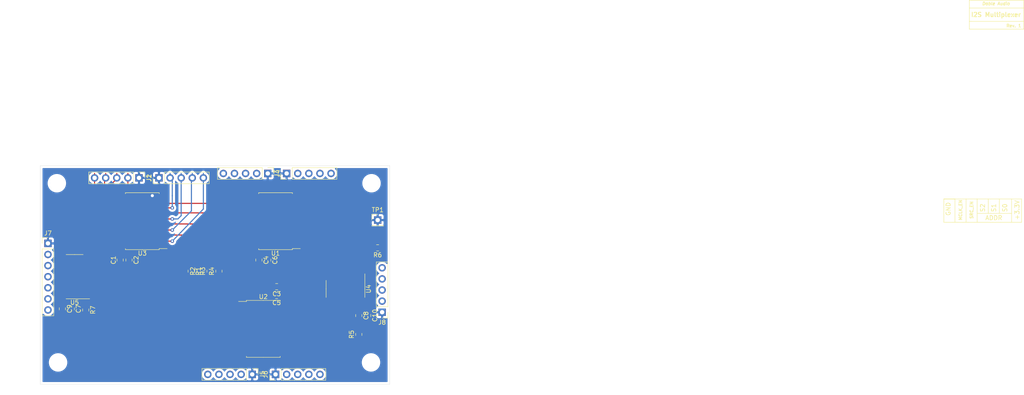
<source format=kicad_pcb>
(kicad_pcb (version 20171130) (host pcbnew "(5.1.4)-1")

  (general
    (thickness 1.6)
    (drawings 37)
    (tracks 96)
    (zones 0)
    (modules 35)
    (nets 50)
  )

  (page A4)
  (layers
    (0 F.Cu signal)
    (31 B.Cu signal)
    (32 B.Adhes user)
    (33 F.Adhes user)
    (34 B.Paste user)
    (35 F.Paste user)
    (36 B.SilkS user)
    (37 F.SilkS user)
    (38 B.Mask user)
    (39 F.Mask user)
    (40 Dwgs.User user)
    (41 Cmts.User user)
    (42 Eco1.User user)
    (43 Eco2.User user)
    (44 Edge.Cuts user)
    (45 Margin user)
    (46 B.CrtYd user)
    (47 F.CrtYd user)
    (48 B.Fab user)
    (49 F.Fab user)
  )

  (setup
    (last_trace_width 0.25)
    (trace_clearance 0.2)
    (zone_clearance 0.508)
    (zone_45_only no)
    (trace_min 0.2)
    (via_size 0.8)
    (via_drill 0.4)
    (via_min_size 0.4)
    (via_min_drill 0.3)
    (uvia_size 0.3)
    (uvia_drill 0.1)
    (uvias_allowed no)
    (uvia_min_size 0.2)
    (uvia_min_drill 0.1)
    (edge_width 0.05)
    (segment_width 0.2)
    (pcb_text_width 0.3)
    (pcb_text_size 1.5 1.5)
    (mod_edge_width 0.12)
    (mod_text_size 1 1)
    (mod_text_width 0.15)
    (pad_size 1.524 1.524)
    (pad_drill 0.762)
    (pad_to_mask_clearance 0.051)
    (solder_mask_min_width 0.25)
    (aux_axis_origin 0 0)
    (visible_elements 7FFFFFFF)
    (pcbplotparams
      (layerselection 0x010fc_ffffffff)
      (usegerberextensions false)
      (usegerberattributes false)
      (usegerberadvancedattributes false)
      (creategerberjobfile false)
      (excludeedgelayer true)
      (linewidth 0.100000)
      (plotframeref false)
      (viasonmask false)
      (mode 1)
      (useauxorigin false)
      (hpglpennumber 1)
      (hpglpenspeed 20)
      (hpglpendiameter 15.000000)
      (psnegative false)
      (psa4output false)
      (plotreference true)
      (plotvalue true)
      (plotinvisibletext false)
      (padsonsilk false)
      (subtractmaskfromsilk false)
      (outputformat 1)
      (mirror false)
      (drillshape 1)
      (scaleselection 1)
      (outputdirectory ""))
  )

  (net 0 "")
  (net 1 GND)
  (net 2 +3V3)
  (net 3 MCLK_5)
  (net 4 DATA_5)
  (net 5 BCLK_5)
  (net 6 LRCLK_5)
  (net 7 MCLK_4)
  (net 8 DATA_4)
  (net 9 BCLK_4)
  (net 10 LRCLK_4)
  (net 11 LRCLK_3)
  (net 12 BCLK_3)
  (net 13 DATA_3)
  (net 14 MCLK_3)
  (net 15 MCLK_2)
  (net 16 DATA_2)
  (net 17 BCLK_2)
  (net 18 LRCLK_2)
  (net 19 LRCLK_1)
  (net 20 BCLK_1)
  (net 21 DATA_1)
  (net 22 MCLK_1)
  (net 23 LRCLK_0)
  (net 24 BCLK_0)
  (net 25 DATA_0)
  (net 26 MCLK_0)
  (net 27 MCLK_EN)
  (net 28 SRC_EN)
  (net 29 A2)
  (net 30 A1)
  (net 31 A0)
  (net 32 MCLK_OUT)
  (net 33 BCLK_OUT)
  (net 34 DATA_OUT)
  (net 35 LRCLK_OUT)
  (net 36 /LRCLK)
  (net 37 /BCLK)
  (net 38 /DATA)
  (net 39 /MCLK)
  (net 40 "Net-(R5-Pad2)")
  (net 41 "Net-(R7-Pad1)")
  (net 42 /CH_EN_3)
  (net 43 /CH_EN_2)
  (net 44 /CH_EN_0)
  (net 45 /CH_EN_1)
  (net 46 /CH_EN_5)
  (net 47 /CH_EN_4)
  (net 48 "Net-(U5-Pad7)")
  (net 49 "Net-(U5-Pad9)")

  (net_class Default "This is the default net class."
    (clearance 0.2)
    (trace_width 0.25)
    (via_dia 0.8)
    (via_drill 0.4)
    (uvia_dia 0.3)
    (uvia_drill 0.1)
    (add_net /BCLK)
    (add_net /CH_EN_0)
    (add_net /CH_EN_1)
    (add_net /CH_EN_2)
    (add_net /CH_EN_3)
    (add_net /CH_EN_4)
    (add_net /CH_EN_5)
    (add_net /DATA)
    (add_net /LRCLK)
    (add_net /MCLK)
    (add_net A0)
    (add_net A1)
    (add_net A2)
    (add_net BCLK_0)
    (add_net BCLK_1)
    (add_net BCLK_2)
    (add_net BCLK_3)
    (add_net BCLK_4)
    (add_net BCLK_5)
    (add_net BCLK_OUT)
    (add_net DATA_0)
    (add_net DATA_1)
    (add_net DATA_2)
    (add_net DATA_3)
    (add_net DATA_4)
    (add_net DATA_5)
    (add_net DATA_OUT)
    (add_net LRCLK_0)
    (add_net LRCLK_1)
    (add_net LRCLK_2)
    (add_net LRCLK_3)
    (add_net LRCLK_4)
    (add_net LRCLK_5)
    (add_net LRCLK_OUT)
    (add_net MCLK_0)
    (add_net MCLK_1)
    (add_net MCLK_2)
    (add_net MCLK_3)
    (add_net MCLK_4)
    (add_net MCLK_5)
    (add_net MCLK_EN)
    (add_net MCLK_OUT)
    (add_net "Net-(R5-Pad2)")
    (add_net "Net-(R7-Pad1)")
    (add_net "Net-(U5-Pad7)")
    (add_net "Net-(U5-Pad9)")
    (add_net SRC_EN)
  )

  (net_class Power ""
    (clearance 0.45)
    (trace_width 0.5)
    (via_dia 1.5)
    (via_drill 0.7)
    (uvia_dia 0.55)
    (uvia_drill 0.2)
    (diff_pair_width 0.5)
    (diff_pair_gap 0.5)
    (add_net +3V3)
    (add_net GND)
  )

  (module MountingHole:MountingHole_3.2mm_M3_ISO7380 (layer F.Cu) (tedit 56D1B4CB) (tstamp 61FA7E51)
    (at 30 171)
    (descr "Mounting Hole 3.2mm, no annular, M3, ISO7380")
    (tags "mounting hole 3.2mm no annular m3 iso7380")
    (attr virtual)
    (fp_text reference REF** (at 0 -3.85) (layer F.SilkS) hide
      (effects (font (size 1 1) (thickness 0.15)))
    )
    (fp_text value MountingHole_3.2mm_M3_ISO7380 (at 0 3.85) (layer F.Fab)
      (effects (font (size 1 1) (thickness 0.15)))
    )
    (fp_text user %R (at 0.3 0) (layer F.Fab)
      (effects (font (size 1 1) (thickness 0.15)))
    )
    (fp_circle (center 0 0) (end 2.85 0) (layer Cmts.User) (width 0.15))
    (fp_circle (center 0 0) (end 3.1 0) (layer F.CrtYd) (width 0.05))
    (pad 1 np_thru_hole circle (at 0 0) (size 3.2 3.2) (drill 3.2) (layers *.Cu *.Mask))
  )

  (module MountingHole:MountingHole_3.2mm_M3_ISO7380 (layer F.Cu) (tedit 56D1B4CB) (tstamp 61FA7E4A)
    (at 101.6 171)
    (descr "Mounting Hole 3.2mm, no annular, M3, ISO7380")
    (tags "mounting hole 3.2mm no annular m3 iso7380")
    (attr virtual)
    (fp_text reference REF** (at 0 -3.85) (layer F.SilkS) hide
      (effects (font (size 1 1) (thickness 0.15)))
    )
    (fp_text value MountingHole_3.2mm_M3_ISO7380 (at 0 3.85) (layer F.Fab)
      (effects (font (size 1 1) (thickness 0.15)))
    )
    (fp_circle (center 0 0) (end 3.1 0) (layer F.CrtYd) (width 0.05))
    (fp_circle (center 0 0) (end 2.85 0) (layer Cmts.User) (width 0.15))
    (fp_text user %R (at 0.3 0) (layer F.Fab)
      (effects (font (size 1 1) (thickness 0.15)))
    )
    (pad 1 np_thru_hole circle (at 0 0) (size 3.2 3.2) (drill 3.2) (layers *.Cu *.Mask))
  )

  (module MountingHole:MountingHole_3.2mm_M3_ISO7380 (layer F.Cu) (tedit 56D1B4CB) (tstamp 61FA7DC0)
    (at 29.718 130)
    (descr "Mounting Hole 3.2mm, no annular, M3, ISO7380")
    (tags "mounting hole 3.2mm no annular m3 iso7380")
    (attr virtual)
    (fp_text reference REF** (at 0 -3.85) (layer F.SilkS) hide
      (effects (font (size 1 1) (thickness 0.15)))
    )
    (fp_text value MountingHole_3.2mm_M3_ISO7380 (at 0 3.85) (layer F.Fab)
      (effects (font (size 1 1) (thickness 0.15)))
    )
    (fp_text user %R (at 0.3 0) (layer F.Fab)
      (effects (font (size 1 1) (thickness 0.15)))
    )
    (fp_circle (center 0 0) (end 2.85 0) (layer Cmts.User) (width 0.15))
    (fp_circle (center 0 0) (end 3.1 0) (layer F.CrtYd) (width 0.05))
    (pad 1 np_thru_hole circle (at 0 0) (size 3.2 3.2) (drill 3.2) (layers *.Cu *.Mask))
  )

  (module Connector_PinHeader_2.54mm:PinHeader_1x05_P2.54mm_Vertical (layer F.Cu) (tedit 59FED5CC) (tstamp 61F9A3EF)
    (at 53.086 128.778 90)
    (descr "Through hole straight pin header, 1x05, 2.54mm pitch, single row")
    (tags "Through hole pin header THT 1x05 2.54mm single row")
    (path /6203E692)
    (fp_text reference J1 (at 0 -2.33 90) (layer F.SilkS)
      (effects (font (size 1 1) (thickness 0.15)))
    )
    (fp_text value Conn_01x05 (at 0 12.49 90) (layer F.Fab)
      (effects (font (size 1 1) (thickness 0.15)))
    )
    (fp_line (start -0.635 -1.27) (end 1.27 -1.27) (layer F.Fab) (width 0.1))
    (fp_line (start 1.27 -1.27) (end 1.27 11.43) (layer F.Fab) (width 0.1))
    (fp_line (start 1.27 11.43) (end -1.27 11.43) (layer F.Fab) (width 0.1))
    (fp_line (start -1.27 11.43) (end -1.27 -0.635) (layer F.Fab) (width 0.1))
    (fp_line (start -1.27 -0.635) (end -0.635 -1.27) (layer F.Fab) (width 0.1))
    (fp_line (start -1.33 11.49) (end 1.33 11.49) (layer F.SilkS) (width 0.12))
    (fp_line (start -1.33 1.27) (end -1.33 11.49) (layer F.SilkS) (width 0.12))
    (fp_line (start 1.33 1.27) (end 1.33 11.49) (layer F.SilkS) (width 0.12))
    (fp_line (start -1.33 1.27) (end 1.33 1.27) (layer F.SilkS) (width 0.12))
    (fp_line (start -1.33 0) (end -1.33 -1.33) (layer F.SilkS) (width 0.12))
    (fp_line (start -1.33 -1.33) (end 0 -1.33) (layer F.SilkS) (width 0.12))
    (fp_line (start -1.8 -1.8) (end -1.8 11.95) (layer F.CrtYd) (width 0.05))
    (fp_line (start -1.8 11.95) (end 1.8 11.95) (layer F.CrtYd) (width 0.05))
    (fp_line (start 1.8 11.95) (end 1.8 -1.8) (layer F.CrtYd) (width 0.05))
    (fp_line (start 1.8 -1.8) (end -1.8 -1.8) (layer F.CrtYd) (width 0.05))
    (fp_text user %R (at 0 5.08) (layer F.Fab)
      (effects (font (size 1 1) (thickness 0.15)))
    )
    (pad 1 thru_hole rect (at 0 0 90) (size 1.7 1.7) (drill 1) (layers *.Cu *.Mask)
      (net 1 GND))
    (pad 2 thru_hole oval (at 0 2.54 90) (size 1.7 1.7) (drill 1) (layers *.Cu *.Mask)
      (net 3 MCLK_5))
    (pad 3 thru_hole oval (at 0 5.08 90) (size 1.7 1.7) (drill 1) (layers *.Cu *.Mask)
      (net 4 DATA_5))
    (pad 4 thru_hole oval (at 0 7.62 90) (size 1.7 1.7) (drill 1) (layers *.Cu *.Mask)
      (net 5 BCLK_5))
    (pad 5 thru_hole oval (at 0 10.16 90) (size 1.7 1.7) (drill 1) (layers *.Cu *.Mask)
      (net 6 LRCLK_5))
    (model ${KISYS3DMOD}/Connector_PinHeader_2.54mm.3dshapes/PinHeader_1x05_P2.54mm_Vertical.wrl
      (at (xyz 0 0 0))
      (scale (xyz 1 1 1))
      (rotate (xyz 0 0 0))
    )
  )

  (module MountingHole:MountingHole_3.2mm_M3_ISO7380 (layer F.Cu) (tedit 56D1B4CB) (tstamp 61F418BD)
    (at 101.718 130)
    (descr "Mounting Hole 3.2mm, no annular, M3, ISO7380")
    (tags "mounting hole 3.2mm no annular m3 iso7380")
    (attr virtual)
    (fp_text reference REF** (at 0 -3.85) (layer F.SilkS) hide
      (effects (font (size 1 1) (thickness 0.15)))
    )
    (fp_text value MountingHole_3.2mm_M3_ISO7380 (at 0 3.85) (layer F.Fab)
      (effects (font (size 1 1) (thickness 0.15)))
    )
    (fp_circle (center 0 0) (end 3.1 0) (layer F.CrtYd) (width 0.05))
    (fp_circle (center 0 0) (end 2.85 0) (layer Cmts.User) (width 0.15))
    (fp_text user %R (at 0.3 -1) (layer F.Fab)
      (effects (font (size 1 1) (thickness 0.15)))
    )
    (pad 1 np_thru_hole circle (at 0 0) (size 3.2 3.2) (drill 3.2) (layers *.Cu *.Mask))
  )

  (module Capacitor_SMD:C_0805_2012Metric_Pad1.15x1.40mm_HandSolder (layer F.Cu) (tedit 5B36C52B) (tstamp 61F9A33D)
    (at 44.196 147.574 270)
    (descr "Capacitor SMD 0805 (2012 Metric), square (rectangular) end terminal, IPC_7351 nominal with elongated pad for handsoldering. (Body size source: https://docs.google.com/spreadsheets/d/1BsfQQcO9C6DZCsRaXUlFlo91Tg2WpOkGARC1WS5S8t0/edit?usp=sharing), generated with kicad-footprint-generator")
    (tags "capacitor handsolder")
    (path /61F53B6B)
    (attr smd)
    (fp_text reference C1 (at 0.009 1.524 90) (layer F.SilkS)
      (effects (font (size 1 1) (thickness 0.15)))
    )
    (fp_text value 10u (at 0 1.65 90) (layer F.Fab)
      (effects (font (size 1 1) (thickness 0.15)))
    )
    (fp_text user %R (at 0 0 90) (layer F.Fab)
      (effects (font (size 0.5 0.5) (thickness 0.08)))
    )
    (fp_line (start 1.85 0.95) (end -1.85 0.95) (layer F.CrtYd) (width 0.05))
    (fp_line (start 1.85 -0.95) (end 1.85 0.95) (layer F.CrtYd) (width 0.05))
    (fp_line (start -1.85 -0.95) (end 1.85 -0.95) (layer F.CrtYd) (width 0.05))
    (fp_line (start -1.85 0.95) (end -1.85 -0.95) (layer F.CrtYd) (width 0.05))
    (fp_line (start -0.261252 0.71) (end 0.261252 0.71) (layer F.SilkS) (width 0.12))
    (fp_line (start -0.261252 -0.71) (end 0.261252 -0.71) (layer F.SilkS) (width 0.12))
    (fp_line (start 1 0.6) (end -1 0.6) (layer F.Fab) (width 0.1))
    (fp_line (start 1 -0.6) (end 1 0.6) (layer F.Fab) (width 0.1))
    (fp_line (start -1 -0.6) (end 1 -0.6) (layer F.Fab) (width 0.1))
    (fp_line (start -1 0.6) (end -1 -0.6) (layer F.Fab) (width 0.1))
    (pad 2 smd roundrect (at 1.025 0 270) (size 1.15 1.4) (layers F.Cu F.Paste F.Mask) (roundrect_rratio 0.217391)
      (net 1 GND))
    (pad 1 smd roundrect (at -1.025 0 270) (size 1.15 1.4) (layers F.Cu F.Paste F.Mask) (roundrect_rratio 0.217391)
      (net 2 +3V3))
    (model ${KISYS3DMOD}/Capacitor_SMD.3dshapes/C_0805_2012Metric.wrl
      (at (xyz 0 0 0))
      (scale (xyz 1 1 1))
      (rotate (xyz 0 0 0))
    )
  )

  (module Capacitor_SMD:C_0805_2012Metric_Pad1.15x1.40mm_HandSolder (layer F.Cu) (tedit 5B36C52B) (tstamp 61F9A34E)
    (at 46.228 147.574 270)
    (descr "Capacitor SMD 0805 (2012 Metric), square (rectangular) end terminal, IPC_7351 nominal with elongated pad for handsoldering. (Body size source: https://docs.google.com/spreadsheets/d/1BsfQQcO9C6DZCsRaXUlFlo91Tg2WpOkGARC1WS5S8t0/edit?usp=sharing), generated with kicad-footprint-generator")
    (tags "capacitor handsolder")
    (path /61F53DD7)
    (attr smd)
    (fp_text reference C2 (at 0 -1.65 90) (layer F.SilkS)
      (effects (font (size 1 1) (thickness 0.15)))
    )
    (fp_text value 100n (at 0 -1.778 90) (layer F.Fab)
      (effects (font (size 1 1) (thickness 0.15)))
    )
    (fp_text user %R (at 0 0 90) (layer F.Fab)
      (effects (font (size 0.5 0.5) (thickness 0.08)))
    )
    (fp_line (start 1.85 0.95) (end -1.85 0.95) (layer F.CrtYd) (width 0.05))
    (fp_line (start 1.85 -0.95) (end 1.85 0.95) (layer F.CrtYd) (width 0.05))
    (fp_line (start -1.85 -0.95) (end 1.85 -0.95) (layer F.CrtYd) (width 0.05))
    (fp_line (start -1.85 0.95) (end -1.85 -0.95) (layer F.CrtYd) (width 0.05))
    (fp_line (start -0.261252 0.71) (end 0.261252 0.71) (layer F.SilkS) (width 0.12))
    (fp_line (start -0.261252 -0.71) (end 0.261252 -0.71) (layer F.SilkS) (width 0.12))
    (fp_line (start 1 0.6) (end -1 0.6) (layer F.Fab) (width 0.1))
    (fp_line (start 1 -0.6) (end 1 0.6) (layer F.Fab) (width 0.1))
    (fp_line (start -1 -0.6) (end 1 -0.6) (layer F.Fab) (width 0.1))
    (fp_line (start -1 0.6) (end -1 -0.6) (layer F.Fab) (width 0.1))
    (pad 2 smd roundrect (at 1.025 0 270) (size 1.15 1.4) (layers F.Cu F.Paste F.Mask) (roundrect_rratio 0.217391)
      (net 1 GND))
    (pad 1 smd roundrect (at -1.025 0 270) (size 1.15 1.4) (layers F.Cu F.Paste F.Mask) (roundrect_rratio 0.217391)
      (net 2 +3V3))
    (model ${KISYS3DMOD}/Capacitor_SMD.3dshapes/C_0805_2012Metric.wrl
      (at (xyz 0 0 0))
      (scale (xyz 1 1 1))
      (rotate (xyz 0 0 0))
    )
  )

  (module Capacitor_SMD:C_0805_2012Metric_Pad1.15x1.40mm_HandSolder (layer F.Cu) (tedit 5B36C52B) (tstamp 61F9A35F)
    (at 80.019 153.67 180)
    (descr "Capacitor SMD 0805 (2012 Metric), square (rectangular) end terminal, IPC_7351 nominal with elongated pad for handsoldering. (Body size source: https://docs.google.com/spreadsheets/d/1BsfQQcO9C6DZCsRaXUlFlo91Tg2WpOkGARC1WS5S8t0/edit?usp=sharing), generated with kicad-footprint-generator")
    (tags "capacitor handsolder")
    (path /62266A72)
    (attr smd)
    (fp_text reference C3 (at 0 -1.65) (layer F.SilkS)
      (effects (font (size 1 1) (thickness 0.15)))
    )
    (fp_text value 10u (at 0 1.65) (layer F.Fab)
      (effects (font (size 1 1) (thickness 0.15)))
    )
    (fp_text user %R (at 0 0) (layer F.Fab)
      (effects (font (size 0.5 0.5) (thickness 0.08)))
    )
    (fp_line (start 1.85 0.95) (end -1.85 0.95) (layer F.CrtYd) (width 0.05))
    (fp_line (start 1.85 -0.95) (end 1.85 0.95) (layer F.CrtYd) (width 0.05))
    (fp_line (start -1.85 -0.95) (end 1.85 -0.95) (layer F.CrtYd) (width 0.05))
    (fp_line (start -1.85 0.95) (end -1.85 -0.95) (layer F.CrtYd) (width 0.05))
    (fp_line (start -0.261252 0.71) (end 0.261252 0.71) (layer F.SilkS) (width 0.12))
    (fp_line (start -0.261252 -0.71) (end 0.261252 -0.71) (layer F.SilkS) (width 0.12))
    (fp_line (start 1 0.6) (end -1 0.6) (layer F.Fab) (width 0.1))
    (fp_line (start 1 -0.6) (end 1 0.6) (layer F.Fab) (width 0.1))
    (fp_line (start -1 -0.6) (end 1 -0.6) (layer F.Fab) (width 0.1))
    (fp_line (start -1 0.6) (end -1 -0.6) (layer F.Fab) (width 0.1))
    (pad 2 smd roundrect (at 1.025 0 180) (size 1.15 1.4) (layers F.Cu F.Paste F.Mask) (roundrect_rratio 0.217391)
      (net 1 GND))
    (pad 1 smd roundrect (at -1.025 0 180) (size 1.15 1.4) (layers F.Cu F.Paste F.Mask) (roundrect_rratio 0.217391)
      (net 2 +3V3))
    (model ${KISYS3DMOD}/Capacitor_SMD.3dshapes/C_0805_2012Metric.wrl
      (at (xyz 0 0 0))
      (scale (xyz 1 1 1))
      (rotate (xyz 0 0 0))
    )
  )

  (module Capacitor_SMD:C_0805_2012Metric_Pad1.15x1.40mm_HandSolder (layer F.Cu) (tedit 5B36C52B) (tstamp 61F9A370)
    (at 75.946 147.574 270)
    (descr "Capacitor SMD 0805 (2012 Metric), square (rectangular) end terminal, IPC_7351 nominal with elongated pad for handsoldering. (Body size source: https://docs.google.com/spreadsheets/d/1BsfQQcO9C6DZCsRaXUlFlo91Tg2WpOkGARC1WS5S8t0/edit?usp=sharing), generated with kicad-footprint-generator")
    (tags "capacitor handsolder")
    (path /61F55351)
    (attr smd)
    (fp_text reference C4 (at 0 -1.65 90) (layer F.SilkS)
      (effects (font (size 1 1) (thickness 0.15)))
    )
    (fp_text value 10u (at 0 1.65 90) (layer F.Fab)
      (effects (font (size 1 1) (thickness 0.15)))
    )
    (fp_line (start -1 0.6) (end -1 -0.6) (layer F.Fab) (width 0.1))
    (fp_line (start -1 -0.6) (end 1 -0.6) (layer F.Fab) (width 0.1))
    (fp_line (start 1 -0.6) (end 1 0.6) (layer F.Fab) (width 0.1))
    (fp_line (start 1 0.6) (end -1 0.6) (layer F.Fab) (width 0.1))
    (fp_line (start -0.261252 -0.71) (end 0.261252 -0.71) (layer F.SilkS) (width 0.12))
    (fp_line (start -0.261252 0.71) (end 0.261252 0.71) (layer F.SilkS) (width 0.12))
    (fp_line (start -1.85 0.95) (end -1.85 -0.95) (layer F.CrtYd) (width 0.05))
    (fp_line (start -1.85 -0.95) (end 1.85 -0.95) (layer F.CrtYd) (width 0.05))
    (fp_line (start 1.85 -0.95) (end 1.85 0.95) (layer F.CrtYd) (width 0.05))
    (fp_line (start 1.85 0.95) (end -1.85 0.95) (layer F.CrtYd) (width 0.05))
    (fp_text user %R (at 0 0 90) (layer F.Fab)
      (effects (font (size 0.5 0.5) (thickness 0.08)))
    )
    (pad 1 smd roundrect (at -1.025 0 270) (size 1.15 1.4) (layers F.Cu F.Paste F.Mask) (roundrect_rratio 0.217391)
      (net 2 +3V3))
    (pad 2 smd roundrect (at 1.025 0 270) (size 1.15 1.4) (layers F.Cu F.Paste F.Mask) (roundrect_rratio 0.217391)
      (net 1 GND))
    (model ${KISYS3DMOD}/Capacitor_SMD.3dshapes/C_0805_2012Metric.wrl
      (at (xyz 0 0 0))
      (scale (xyz 1 1 1))
      (rotate (xyz 0 0 0))
    )
  )

  (module Capacitor_SMD:C_0805_2012Metric_Pad1.15x1.40mm_HandSolder (layer F.Cu) (tedit 5B36C52B) (tstamp 61F9A381)
    (at 80.001 155.702 180)
    (descr "Capacitor SMD 0805 (2012 Metric), square (rectangular) end terminal, IPC_7351 nominal with elongated pad for handsoldering. (Body size source: https://docs.google.com/spreadsheets/d/1BsfQQcO9C6DZCsRaXUlFlo91Tg2WpOkGARC1WS5S8t0/edit?usp=sharing), generated with kicad-footprint-generator")
    (tags "capacitor handsolder")
    (path /62266A62)
    (attr smd)
    (fp_text reference C5 (at 0 -1.65) (layer F.SilkS)
      (effects (font (size 1 1) (thickness 0.15)))
    )
    (fp_text value 100n (at 0 1.65) (layer F.Fab)
      (effects (font (size 1 1) (thickness 0.15)))
    )
    (fp_line (start -1 0.6) (end -1 -0.6) (layer F.Fab) (width 0.1))
    (fp_line (start -1 -0.6) (end 1 -0.6) (layer F.Fab) (width 0.1))
    (fp_line (start 1 -0.6) (end 1 0.6) (layer F.Fab) (width 0.1))
    (fp_line (start 1 0.6) (end -1 0.6) (layer F.Fab) (width 0.1))
    (fp_line (start -0.261252 -0.71) (end 0.261252 -0.71) (layer F.SilkS) (width 0.12))
    (fp_line (start -0.261252 0.71) (end 0.261252 0.71) (layer F.SilkS) (width 0.12))
    (fp_line (start -1.85 0.95) (end -1.85 -0.95) (layer F.CrtYd) (width 0.05))
    (fp_line (start -1.85 -0.95) (end 1.85 -0.95) (layer F.CrtYd) (width 0.05))
    (fp_line (start 1.85 -0.95) (end 1.85 0.95) (layer F.CrtYd) (width 0.05))
    (fp_line (start 1.85 0.95) (end -1.85 0.95) (layer F.CrtYd) (width 0.05))
    (fp_text user %R (at 0 0) (layer F.Fab)
      (effects (font (size 0.5 0.5) (thickness 0.08)))
    )
    (pad 1 smd roundrect (at -1.025 0 180) (size 1.15 1.4) (layers F.Cu F.Paste F.Mask) (roundrect_rratio 0.217391)
      (net 2 +3V3))
    (pad 2 smd roundrect (at 1.025 0 180) (size 1.15 1.4) (layers F.Cu F.Paste F.Mask) (roundrect_rratio 0.217391)
      (net 1 GND))
    (model ${KISYS3DMOD}/Capacitor_SMD.3dshapes/C_0805_2012Metric.wrl
      (at (xyz 0 0 0))
      (scale (xyz 1 1 1))
      (rotate (xyz 0 0 0))
    )
  )

  (module Capacitor_SMD:C_0805_2012Metric_Pad1.15x1.40mm_HandSolder (layer F.Cu) (tedit 5B36C52B) (tstamp 61FA8C52)
    (at 77.978 147.583 270)
    (descr "Capacitor SMD 0805 (2012 Metric), square (rectangular) end terminal, IPC_7351 nominal with elongated pad for handsoldering. (Body size source: https://docs.google.com/spreadsheets/d/1BsfQQcO9C6DZCsRaXUlFlo91Tg2WpOkGARC1WS5S8t0/edit?usp=sharing), generated with kicad-footprint-generator")
    (tags "capacitor handsolder")
    (path /61F55357)
    (attr smd)
    (fp_text reference C6 (at 0 -1.65 90) (layer F.SilkS)
      (effects (font (size 1 1) (thickness 0.15)))
    )
    (fp_text value 100n (at 0 1.65 90) (layer F.Fab)
      (effects (font (size 1 1) (thickness 0.15)))
    )
    (fp_text user %R (at 0 0 90) (layer F.Fab)
      (effects (font (size 0.5 0.5) (thickness 0.08)))
    )
    (fp_line (start 1.85 0.95) (end -1.85 0.95) (layer F.CrtYd) (width 0.05))
    (fp_line (start 1.85 -0.95) (end 1.85 0.95) (layer F.CrtYd) (width 0.05))
    (fp_line (start -1.85 -0.95) (end 1.85 -0.95) (layer F.CrtYd) (width 0.05))
    (fp_line (start -1.85 0.95) (end -1.85 -0.95) (layer F.CrtYd) (width 0.05))
    (fp_line (start -0.261252 0.71) (end 0.261252 0.71) (layer F.SilkS) (width 0.12))
    (fp_line (start -0.261252 -0.71) (end 0.261252 -0.71) (layer F.SilkS) (width 0.12))
    (fp_line (start 1 0.6) (end -1 0.6) (layer F.Fab) (width 0.1))
    (fp_line (start 1 -0.6) (end 1 0.6) (layer F.Fab) (width 0.1))
    (fp_line (start -1 -0.6) (end 1 -0.6) (layer F.Fab) (width 0.1))
    (fp_line (start -1 0.6) (end -1 -0.6) (layer F.Fab) (width 0.1))
    (pad 2 smd roundrect (at 1.025 0 270) (size 1.15 1.4) (layers F.Cu F.Paste F.Mask) (roundrect_rratio 0.217391)
      (net 1 GND))
    (pad 1 smd roundrect (at -1.025 0 270) (size 1.15 1.4) (layers F.Cu F.Paste F.Mask) (roundrect_rratio 0.217391)
      (net 2 +3V3))
    (model ${KISYS3DMOD}/Capacitor_SMD.3dshapes/C_0805_2012Metric.wrl
      (at (xyz 0 0 0))
      (scale (xyz 1 1 1))
      (rotate (xyz 0 0 0))
    )
  )

  (module Capacitor_SMD:C_0805_2012Metric_Pad1.15x1.40mm_HandSolder (layer F.Cu) (tedit 5B36C52B) (tstamp 61F9A3A3)
    (at 33.02 158.741 270)
    (descr "Capacitor SMD 0805 (2012 Metric), square (rectangular) end terminal, IPC_7351 nominal with elongated pad for handsoldering. (Body size source: https://docs.google.com/spreadsheets/d/1BsfQQcO9C6DZCsRaXUlFlo91Tg2WpOkGARC1WS5S8t0/edit?usp=sharing), generated with kicad-footprint-generator")
    (tags "capacitor handsolder")
    (path /6226B62C)
    (attr smd)
    (fp_text reference C7 (at 0 -1.65 90) (layer F.SilkS)
      (effects (font (size 1 1) (thickness 0.15)))
    )
    (fp_text value 10u (at 0 1.65 90) (layer F.Fab)
      (effects (font (size 1 1) (thickness 0.15)))
    )
    (fp_text user %R (at 0 0 90) (layer F.Fab)
      (effects (font (size 0.5 0.5) (thickness 0.08)))
    )
    (fp_line (start 1.85 0.95) (end -1.85 0.95) (layer F.CrtYd) (width 0.05))
    (fp_line (start 1.85 -0.95) (end 1.85 0.95) (layer F.CrtYd) (width 0.05))
    (fp_line (start -1.85 -0.95) (end 1.85 -0.95) (layer F.CrtYd) (width 0.05))
    (fp_line (start -1.85 0.95) (end -1.85 -0.95) (layer F.CrtYd) (width 0.05))
    (fp_line (start -0.261252 0.71) (end 0.261252 0.71) (layer F.SilkS) (width 0.12))
    (fp_line (start -0.261252 -0.71) (end 0.261252 -0.71) (layer F.SilkS) (width 0.12))
    (fp_line (start 1 0.6) (end -1 0.6) (layer F.Fab) (width 0.1))
    (fp_line (start 1 -0.6) (end 1 0.6) (layer F.Fab) (width 0.1))
    (fp_line (start -1 -0.6) (end 1 -0.6) (layer F.Fab) (width 0.1))
    (fp_line (start -1 0.6) (end -1 -0.6) (layer F.Fab) (width 0.1))
    (pad 2 smd roundrect (at 1.025 0 270) (size 1.15 1.4) (layers F.Cu F.Paste F.Mask) (roundrect_rratio 0.217391)
      (net 1 GND))
    (pad 1 smd roundrect (at -1.025 0 270) (size 1.15 1.4) (layers F.Cu F.Paste F.Mask) (roundrect_rratio 0.217391)
      (net 2 +3V3))
    (model ${KISYS3DMOD}/Capacitor_SMD.3dshapes/C_0805_2012Metric.wrl
      (at (xyz 0 0 0))
      (scale (xyz 1 1 1))
      (rotate (xyz 0 0 0))
    )
  )

  (module Capacitor_SMD:C_0805_2012Metric_Pad1.15x1.40mm_HandSolder (layer F.Cu) (tedit 5B36C52B) (tstamp 61F9A3B4)
    (at 98.806 160.283 270)
    (descr "Capacitor SMD 0805 (2012 Metric), square (rectangular) end terminal, IPC_7351 nominal with elongated pad for handsoldering. (Body size source: https://docs.google.com/spreadsheets/d/1BsfQQcO9C6DZCsRaXUlFlo91Tg2WpOkGARC1WS5S8t0/edit?usp=sharing), generated with kicad-footprint-generator")
    (tags "capacitor handsolder")
    (path /61F5E748)
    (attr smd)
    (fp_text reference C8 (at 0 -1.65 90) (layer F.SilkS)
      (effects (font (size 1 1) (thickness 0.15)))
    )
    (fp_text value 10u (at 0 1.65 90) (layer F.Fab)
      (effects (font (size 1 1) (thickness 0.15)))
    )
    (fp_line (start -1 0.6) (end -1 -0.6) (layer F.Fab) (width 0.1))
    (fp_line (start -1 -0.6) (end 1 -0.6) (layer F.Fab) (width 0.1))
    (fp_line (start 1 -0.6) (end 1 0.6) (layer F.Fab) (width 0.1))
    (fp_line (start 1 0.6) (end -1 0.6) (layer F.Fab) (width 0.1))
    (fp_line (start -0.261252 -0.71) (end 0.261252 -0.71) (layer F.SilkS) (width 0.12))
    (fp_line (start -0.261252 0.71) (end 0.261252 0.71) (layer F.SilkS) (width 0.12))
    (fp_line (start -1.85 0.95) (end -1.85 -0.95) (layer F.CrtYd) (width 0.05))
    (fp_line (start -1.85 -0.95) (end 1.85 -0.95) (layer F.CrtYd) (width 0.05))
    (fp_line (start 1.85 -0.95) (end 1.85 0.95) (layer F.CrtYd) (width 0.05))
    (fp_line (start 1.85 0.95) (end -1.85 0.95) (layer F.CrtYd) (width 0.05))
    (fp_text user %R (at 0 0 90) (layer F.Fab)
      (effects (font (size 0.5 0.5) (thickness 0.08)))
    )
    (pad 1 smd roundrect (at -1.025 0 270) (size 1.15 1.4) (layers F.Cu F.Paste F.Mask) (roundrect_rratio 0.217391)
      (net 2 +3V3))
    (pad 2 smd roundrect (at 1.025 0 270) (size 1.15 1.4) (layers F.Cu F.Paste F.Mask) (roundrect_rratio 0.217391)
      (net 1 GND))
    (model ${KISYS3DMOD}/Capacitor_SMD.3dshapes/C_0805_2012Metric.wrl
      (at (xyz 0 0 0))
      (scale (xyz 1 1 1))
      (rotate (xyz 0 0 0))
    )
  )

  (module Capacitor_SMD:C_0805_2012Metric_Pad1.15x1.40mm_HandSolder (layer F.Cu) (tedit 5B36C52B) (tstamp 61F9A3C5)
    (at 30.988 158.741 270)
    (descr "Capacitor SMD 0805 (2012 Metric), square (rectangular) end terminal, IPC_7351 nominal with elongated pad for handsoldering. (Body size source: https://docs.google.com/spreadsheets/d/1BsfQQcO9C6DZCsRaXUlFlo91Tg2WpOkGARC1WS5S8t0/edit?usp=sharing), generated with kicad-footprint-generator")
    (tags "capacitor handsolder")
    (path /6226B61C)
    (attr smd)
    (fp_text reference C9 (at 0 -1.65 90) (layer F.SilkS)
      (effects (font (size 1 1) (thickness 0.15)))
    )
    (fp_text value 100n (at 0 1.65 90) (layer F.Fab)
      (effects (font (size 1 1) (thickness 0.15)))
    )
    (fp_line (start -1 0.6) (end -1 -0.6) (layer F.Fab) (width 0.1))
    (fp_line (start -1 -0.6) (end 1 -0.6) (layer F.Fab) (width 0.1))
    (fp_line (start 1 -0.6) (end 1 0.6) (layer F.Fab) (width 0.1))
    (fp_line (start 1 0.6) (end -1 0.6) (layer F.Fab) (width 0.1))
    (fp_line (start -0.261252 -0.71) (end 0.261252 -0.71) (layer F.SilkS) (width 0.12))
    (fp_line (start -0.261252 0.71) (end 0.261252 0.71) (layer F.SilkS) (width 0.12))
    (fp_line (start -1.85 0.95) (end -1.85 -0.95) (layer F.CrtYd) (width 0.05))
    (fp_line (start -1.85 -0.95) (end 1.85 -0.95) (layer F.CrtYd) (width 0.05))
    (fp_line (start 1.85 -0.95) (end 1.85 0.95) (layer F.CrtYd) (width 0.05))
    (fp_line (start 1.85 0.95) (end -1.85 0.95) (layer F.CrtYd) (width 0.05))
    (fp_text user %R (at 0 0 90) (layer F.Fab)
      (effects (font (size 0.5 0.5) (thickness 0.08)))
    )
    (pad 1 smd roundrect (at -1.025 0 270) (size 1.15 1.4) (layers F.Cu F.Paste F.Mask) (roundrect_rratio 0.217391)
      (net 2 +3V3))
    (pad 2 smd roundrect (at 1.025 0 270) (size 1.15 1.4) (layers F.Cu F.Paste F.Mask) (roundrect_rratio 0.217391)
      (net 1 GND))
    (model ${KISYS3DMOD}/Capacitor_SMD.3dshapes/C_0805_2012Metric.wrl
      (at (xyz 0 0 0))
      (scale (xyz 1 1 1))
      (rotate (xyz 0 0 0))
    )
  )

  (module Capacitor_SMD:C_0805_2012Metric_Pad1.15x1.40mm_HandSolder (layer F.Cu) (tedit 5B36C52B) (tstamp 61F9A3D6)
    (at 100.838 160.265 270)
    (descr "Capacitor SMD 0805 (2012 Metric), square (rectangular) end terminal, IPC_7351 nominal with elongated pad for handsoldering. (Body size source: https://docs.google.com/spreadsheets/d/1BsfQQcO9C6DZCsRaXUlFlo91Tg2WpOkGARC1WS5S8t0/edit?usp=sharing), generated with kicad-footprint-generator")
    (tags "capacitor handsolder")
    (path /61F5E74E)
    (attr smd)
    (fp_text reference C10 (at 0 -1.65 90) (layer F.SilkS)
      (effects (font (size 1 1) (thickness 0.15)))
    )
    (fp_text value 100n (at 0 1.65 90) (layer F.Fab)
      (effects (font (size 1 1) (thickness 0.15)))
    )
    (fp_line (start -1 0.6) (end -1 -0.6) (layer F.Fab) (width 0.1))
    (fp_line (start -1 -0.6) (end 1 -0.6) (layer F.Fab) (width 0.1))
    (fp_line (start 1 -0.6) (end 1 0.6) (layer F.Fab) (width 0.1))
    (fp_line (start 1 0.6) (end -1 0.6) (layer F.Fab) (width 0.1))
    (fp_line (start -0.261252 -0.71) (end 0.261252 -0.71) (layer F.SilkS) (width 0.12))
    (fp_line (start -0.261252 0.71) (end 0.261252 0.71) (layer F.SilkS) (width 0.12))
    (fp_line (start -1.85 0.95) (end -1.85 -0.95) (layer F.CrtYd) (width 0.05))
    (fp_line (start -1.85 -0.95) (end 1.85 -0.95) (layer F.CrtYd) (width 0.05))
    (fp_line (start 1.85 -0.95) (end 1.85 0.95) (layer F.CrtYd) (width 0.05))
    (fp_line (start 1.85 0.95) (end -1.85 0.95) (layer F.CrtYd) (width 0.05))
    (fp_text user %R (at 0 0 90) (layer F.Fab)
      (effects (font (size 0.5 0.5) (thickness 0.08)))
    )
    (pad 1 smd roundrect (at -1.025 0 270) (size 1.15 1.4) (layers F.Cu F.Paste F.Mask) (roundrect_rratio 0.217391)
      (net 2 +3V3))
    (pad 2 smd roundrect (at 1.025 0 270) (size 1.15 1.4) (layers F.Cu F.Paste F.Mask) (roundrect_rratio 0.217391)
      (net 1 GND))
    (model ${KISYS3DMOD}/Capacitor_SMD.3dshapes/C_0805_2012Metric.wrl
      (at (xyz 0 0 0))
      (scale (xyz 1 1 1))
      (rotate (xyz 0 0 0))
    )
  )

  (module Connector_PinHeader_2.54mm:PinHeader_1x05_P2.54mm_Vertical (layer F.Cu) (tedit 59FED5CC) (tstamp 61F9A408)
    (at 48.514 128.778 270)
    (descr "Through hole straight pin header, 1x05, 2.54mm pitch, single row")
    (tags "Through hole pin header THT 1x05 2.54mm single row")
    (path /61E89987)
    (fp_text reference J2 (at 0 -2.33 90) (layer F.SilkS)
      (effects (font (size 1 1) (thickness 0.15)))
    )
    (fp_text value Conn_01x05 (at 0 12.49 90) (layer F.Fab)
      (effects (font (size 1 1) (thickness 0.15)))
    )
    (fp_line (start -0.635 -1.27) (end 1.27 -1.27) (layer F.Fab) (width 0.1))
    (fp_line (start 1.27 -1.27) (end 1.27 11.43) (layer F.Fab) (width 0.1))
    (fp_line (start 1.27 11.43) (end -1.27 11.43) (layer F.Fab) (width 0.1))
    (fp_line (start -1.27 11.43) (end -1.27 -0.635) (layer F.Fab) (width 0.1))
    (fp_line (start -1.27 -0.635) (end -0.635 -1.27) (layer F.Fab) (width 0.1))
    (fp_line (start -1.33 11.49) (end 1.33 11.49) (layer F.SilkS) (width 0.12))
    (fp_line (start -1.33 1.27) (end -1.33 11.49) (layer F.SilkS) (width 0.12))
    (fp_line (start 1.33 1.27) (end 1.33 11.49) (layer F.SilkS) (width 0.12))
    (fp_line (start -1.33 1.27) (end 1.33 1.27) (layer F.SilkS) (width 0.12))
    (fp_line (start -1.33 0) (end -1.33 -1.33) (layer F.SilkS) (width 0.12))
    (fp_line (start -1.33 -1.33) (end 0 -1.33) (layer F.SilkS) (width 0.12))
    (fp_line (start -1.8 -1.8) (end -1.8 11.95) (layer F.CrtYd) (width 0.05))
    (fp_line (start -1.8 11.95) (end 1.8 11.95) (layer F.CrtYd) (width 0.05))
    (fp_line (start 1.8 11.95) (end 1.8 -1.8) (layer F.CrtYd) (width 0.05))
    (fp_line (start 1.8 -1.8) (end -1.8 -1.8) (layer F.CrtYd) (width 0.05))
    (fp_text user %R (at 0 5.08) (layer F.Fab)
      (effects (font (size 1 1) (thickness 0.15)))
    )
    (pad 1 thru_hole rect (at 0 0 270) (size 1.7 1.7) (drill 1) (layers *.Cu *.Mask)
      (net 1 GND))
    (pad 2 thru_hole oval (at 0 2.54 270) (size 1.7 1.7) (drill 1) (layers *.Cu *.Mask)
      (net 7 MCLK_4))
    (pad 3 thru_hole oval (at 0 5.08 270) (size 1.7 1.7) (drill 1) (layers *.Cu *.Mask)
      (net 8 DATA_4))
    (pad 4 thru_hole oval (at 0 7.62 270) (size 1.7 1.7) (drill 1) (layers *.Cu *.Mask)
      (net 9 BCLK_4))
    (pad 5 thru_hole oval (at 0 10.16 270) (size 1.7 1.7) (drill 1) (layers *.Cu *.Mask)
      (net 10 LRCLK_4))
    (model ${KISYS3DMOD}/Connector_PinHeader_2.54mm.3dshapes/PinHeader_1x05_P2.54mm_Vertical.wrl
      (at (xyz 0 0 0))
      (scale (xyz 1 1 1))
      (rotate (xyz 0 0 0))
    )
  )

  (module Connector_PinHeader_2.54mm:PinHeader_1x05_P2.54mm_Vertical (layer F.Cu) (tedit 59FED5CC) (tstamp 61F9A421)
    (at 82.296 127.762 90)
    (descr "Through hole straight pin header, 1x05, 2.54mm pitch, single row")
    (tags "Through hole pin header THT 1x05 2.54mm single row")
    (path /61D2BB7E)
    (fp_text reference J3 (at 0 -2.33 90) (layer F.SilkS)
      (effects (font (size 1 1) (thickness 0.15)))
    )
    (fp_text value Conn_01x05 (at 0 12.49 90) (layer F.Fab)
      (effects (font (size 1 1) (thickness 0.15)))
    )
    (fp_text user %R (at 0 5.08) (layer F.Fab)
      (effects (font (size 1 1) (thickness 0.15)))
    )
    (fp_line (start 1.8 -1.8) (end -1.8 -1.8) (layer F.CrtYd) (width 0.05))
    (fp_line (start 1.8 11.95) (end 1.8 -1.8) (layer F.CrtYd) (width 0.05))
    (fp_line (start -1.8 11.95) (end 1.8 11.95) (layer F.CrtYd) (width 0.05))
    (fp_line (start -1.8 -1.8) (end -1.8 11.95) (layer F.CrtYd) (width 0.05))
    (fp_line (start -1.33 -1.33) (end 0 -1.33) (layer F.SilkS) (width 0.12))
    (fp_line (start -1.33 0) (end -1.33 -1.33) (layer F.SilkS) (width 0.12))
    (fp_line (start -1.33 1.27) (end 1.33 1.27) (layer F.SilkS) (width 0.12))
    (fp_line (start 1.33 1.27) (end 1.33 11.49) (layer F.SilkS) (width 0.12))
    (fp_line (start -1.33 1.27) (end -1.33 11.49) (layer F.SilkS) (width 0.12))
    (fp_line (start -1.33 11.49) (end 1.33 11.49) (layer F.SilkS) (width 0.12))
    (fp_line (start -1.27 -0.635) (end -0.635 -1.27) (layer F.Fab) (width 0.1))
    (fp_line (start -1.27 11.43) (end -1.27 -0.635) (layer F.Fab) (width 0.1))
    (fp_line (start 1.27 11.43) (end -1.27 11.43) (layer F.Fab) (width 0.1))
    (fp_line (start 1.27 -1.27) (end 1.27 11.43) (layer F.Fab) (width 0.1))
    (fp_line (start -0.635 -1.27) (end 1.27 -1.27) (layer F.Fab) (width 0.1))
    (pad 5 thru_hole oval (at 0 10.16 90) (size 1.7 1.7) (drill 1) (layers *.Cu *.Mask)
      (net 11 LRCLK_3))
    (pad 4 thru_hole oval (at 0 7.62 90) (size 1.7 1.7) (drill 1) (layers *.Cu *.Mask)
      (net 12 BCLK_3))
    (pad 3 thru_hole oval (at 0 5.08 90) (size 1.7 1.7) (drill 1) (layers *.Cu *.Mask)
      (net 13 DATA_3))
    (pad 2 thru_hole oval (at 0 2.54 90) (size 1.7 1.7) (drill 1) (layers *.Cu *.Mask)
      (net 14 MCLK_3))
    (pad 1 thru_hole rect (at 0 0 90) (size 1.7 1.7) (drill 1) (layers *.Cu *.Mask)
      (net 1 GND))
    (model ${KISYS3DMOD}/Connector_PinHeader_2.54mm.3dshapes/PinHeader_1x05_P2.54mm_Vertical.wrl
      (at (xyz 0 0 0))
      (scale (xyz 1 1 1))
      (rotate (xyz 0 0 0))
    )
  )

  (module Connector_PinHeader_2.54mm:PinHeader_1x05_P2.54mm_Vertical (layer F.Cu) (tedit 59FED5CC) (tstamp 61F9A43A)
    (at 77.978 127.762 270)
    (descr "Through hole straight pin header, 1x05, 2.54mm pitch, single row")
    (tags "Through hole pin header THT 1x05 2.54mm single row")
    (path /61D2ACD6)
    (fp_text reference J4 (at 0 -2.33 90) (layer F.SilkS)
      (effects (font (size 1 1) (thickness 0.15)))
    )
    (fp_text value Conn_01x05 (at 0 12.49 90) (layer F.Fab)
      (effects (font (size 1 1) (thickness 0.15)))
    )
    (fp_line (start -0.635 -1.27) (end 1.27 -1.27) (layer F.Fab) (width 0.1))
    (fp_line (start 1.27 -1.27) (end 1.27 11.43) (layer F.Fab) (width 0.1))
    (fp_line (start 1.27 11.43) (end -1.27 11.43) (layer F.Fab) (width 0.1))
    (fp_line (start -1.27 11.43) (end -1.27 -0.635) (layer F.Fab) (width 0.1))
    (fp_line (start -1.27 -0.635) (end -0.635 -1.27) (layer F.Fab) (width 0.1))
    (fp_line (start -1.33 11.49) (end 1.33 11.49) (layer F.SilkS) (width 0.12))
    (fp_line (start -1.33 1.27) (end -1.33 11.49) (layer F.SilkS) (width 0.12))
    (fp_line (start 1.33 1.27) (end 1.33 11.49) (layer F.SilkS) (width 0.12))
    (fp_line (start -1.33 1.27) (end 1.33 1.27) (layer F.SilkS) (width 0.12))
    (fp_line (start -1.33 0) (end -1.33 -1.33) (layer F.SilkS) (width 0.12))
    (fp_line (start -1.33 -1.33) (end 0 -1.33) (layer F.SilkS) (width 0.12))
    (fp_line (start -1.8 -1.8) (end -1.8 11.95) (layer F.CrtYd) (width 0.05))
    (fp_line (start -1.8 11.95) (end 1.8 11.95) (layer F.CrtYd) (width 0.05))
    (fp_line (start 1.8 11.95) (end 1.8 -1.8) (layer F.CrtYd) (width 0.05))
    (fp_line (start 1.8 -1.8) (end -1.8 -1.8) (layer F.CrtYd) (width 0.05))
    (fp_text user %R (at 0 5.08) (layer F.Fab)
      (effects (font (size 1 1) (thickness 0.15)))
    )
    (pad 1 thru_hole rect (at 0 0 270) (size 1.7 1.7) (drill 1) (layers *.Cu *.Mask)
      (net 1 GND))
    (pad 2 thru_hole oval (at 0 2.54 270) (size 1.7 1.7) (drill 1) (layers *.Cu *.Mask)
      (net 15 MCLK_2))
    (pad 3 thru_hole oval (at 0 5.08 270) (size 1.7 1.7) (drill 1) (layers *.Cu *.Mask)
      (net 16 DATA_2))
    (pad 4 thru_hole oval (at 0 7.62 270) (size 1.7 1.7) (drill 1) (layers *.Cu *.Mask)
      (net 17 BCLK_2))
    (pad 5 thru_hole oval (at 0 10.16 270) (size 1.7 1.7) (drill 1) (layers *.Cu *.Mask)
      (net 18 LRCLK_2))
    (model ${KISYS3DMOD}/Connector_PinHeader_2.54mm.3dshapes/PinHeader_1x05_P2.54mm_Vertical.wrl
      (at (xyz 0 0 0))
      (scale (xyz 1 1 1))
      (rotate (xyz 0 0 0))
    )
  )

  (module Connector_PinHeader_2.54mm:PinHeader_1x05_P2.54mm_Vertical (layer F.Cu) (tedit 59FED5CC) (tstamp 61F9A453)
    (at 74.422 173.736 270)
    (descr "Through hole straight pin header, 1x05, 2.54mm pitch, single row")
    (tags "Through hole pin header THT 1x05 2.54mm single row")
    (path /61D28DA5)
    (fp_text reference J5 (at 0 -2.33 90) (layer F.SilkS)
      (effects (font (size 1 1) (thickness 0.15)))
    )
    (fp_text value Conn_01x05 (at 0 12.49 90) (layer F.Fab)
      (effects (font (size 1 1) (thickness 0.15)))
    )
    (fp_text user %R (at 0 5.08) (layer F.Fab)
      (effects (font (size 1 1) (thickness 0.15)))
    )
    (fp_line (start 1.8 -1.8) (end -1.8 -1.8) (layer F.CrtYd) (width 0.05))
    (fp_line (start 1.8 11.95) (end 1.8 -1.8) (layer F.CrtYd) (width 0.05))
    (fp_line (start -1.8 11.95) (end 1.8 11.95) (layer F.CrtYd) (width 0.05))
    (fp_line (start -1.8 -1.8) (end -1.8 11.95) (layer F.CrtYd) (width 0.05))
    (fp_line (start -1.33 -1.33) (end 0 -1.33) (layer F.SilkS) (width 0.12))
    (fp_line (start -1.33 0) (end -1.33 -1.33) (layer F.SilkS) (width 0.12))
    (fp_line (start -1.33 1.27) (end 1.33 1.27) (layer F.SilkS) (width 0.12))
    (fp_line (start 1.33 1.27) (end 1.33 11.49) (layer F.SilkS) (width 0.12))
    (fp_line (start -1.33 1.27) (end -1.33 11.49) (layer F.SilkS) (width 0.12))
    (fp_line (start -1.33 11.49) (end 1.33 11.49) (layer F.SilkS) (width 0.12))
    (fp_line (start -1.27 -0.635) (end -0.635 -1.27) (layer F.Fab) (width 0.1))
    (fp_line (start -1.27 11.43) (end -1.27 -0.635) (layer F.Fab) (width 0.1))
    (fp_line (start 1.27 11.43) (end -1.27 11.43) (layer F.Fab) (width 0.1))
    (fp_line (start 1.27 -1.27) (end 1.27 11.43) (layer F.Fab) (width 0.1))
    (fp_line (start -0.635 -1.27) (end 1.27 -1.27) (layer F.Fab) (width 0.1))
    (pad 5 thru_hole oval (at 0 10.16 270) (size 1.7 1.7) (drill 1) (layers *.Cu *.Mask)
      (net 19 LRCLK_1))
    (pad 4 thru_hole oval (at 0 7.62 270) (size 1.7 1.7) (drill 1) (layers *.Cu *.Mask)
      (net 20 BCLK_1))
    (pad 3 thru_hole oval (at 0 5.08 270) (size 1.7 1.7) (drill 1) (layers *.Cu *.Mask)
      (net 21 DATA_1))
    (pad 2 thru_hole oval (at 0 2.54 270) (size 1.7 1.7) (drill 1) (layers *.Cu *.Mask)
      (net 22 MCLK_1))
    (pad 1 thru_hole rect (at 0 0 270) (size 1.7 1.7) (drill 1) (layers *.Cu *.Mask)
      (net 1 GND))
    (model ${KISYS3DMOD}/Connector_PinHeader_2.54mm.3dshapes/PinHeader_1x05_P2.54mm_Vertical.wrl
      (at (xyz 0 0 0))
      (scale (xyz 1 1 1))
      (rotate (xyz 0 0 0))
    )
  )

  (module Connector_PinHeader_2.54mm:PinHeader_1x05_P2.54mm_Vertical (layer F.Cu) (tedit 59FED5CC) (tstamp 61F9A46C)
    (at 79.756 173.736 90)
    (descr "Through hole straight pin header, 1x05, 2.54mm pitch, single row")
    (tags "Through hole pin header THT 1x05 2.54mm single row")
    (path /61FE7584)
    (fp_text reference J6 (at 0 -2.33 90) (layer F.SilkS)
      (effects (font (size 1 1) (thickness 0.15)))
    )
    (fp_text value Conn_01x05 (at 0 12.49 90) (layer F.Fab)
      (effects (font (size 1 1) (thickness 0.15)))
    )
    (fp_text user %R (at 0 5.08) (layer F.Fab)
      (effects (font (size 1 1) (thickness 0.15)))
    )
    (fp_line (start 1.8 -1.8) (end -1.8 -1.8) (layer F.CrtYd) (width 0.05))
    (fp_line (start 1.8 11.95) (end 1.8 -1.8) (layer F.CrtYd) (width 0.05))
    (fp_line (start -1.8 11.95) (end 1.8 11.95) (layer F.CrtYd) (width 0.05))
    (fp_line (start -1.8 -1.8) (end -1.8 11.95) (layer F.CrtYd) (width 0.05))
    (fp_line (start -1.33 -1.33) (end 0 -1.33) (layer F.SilkS) (width 0.12))
    (fp_line (start -1.33 0) (end -1.33 -1.33) (layer F.SilkS) (width 0.12))
    (fp_line (start -1.33 1.27) (end 1.33 1.27) (layer F.SilkS) (width 0.12))
    (fp_line (start 1.33 1.27) (end 1.33 11.49) (layer F.SilkS) (width 0.12))
    (fp_line (start -1.33 1.27) (end -1.33 11.49) (layer F.SilkS) (width 0.12))
    (fp_line (start -1.33 11.49) (end 1.33 11.49) (layer F.SilkS) (width 0.12))
    (fp_line (start -1.27 -0.635) (end -0.635 -1.27) (layer F.Fab) (width 0.1))
    (fp_line (start -1.27 11.43) (end -1.27 -0.635) (layer F.Fab) (width 0.1))
    (fp_line (start 1.27 11.43) (end -1.27 11.43) (layer F.Fab) (width 0.1))
    (fp_line (start 1.27 -1.27) (end 1.27 11.43) (layer F.Fab) (width 0.1))
    (fp_line (start -0.635 -1.27) (end 1.27 -1.27) (layer F.Fab) (width 0.1))
    (pad 5 thru_hole oval (at 0 10.16 90) (size 1.7 1.7) (drill 1) (layers *.Cu *.Mask)
      (net 23 LRCLK_0))
    (pad 4 thru_hole oval (at 0 7.62 90) (size 1.7 1.7) (drill 1) (layers *.Cu *.Mask)
      (net 24 BCLK_0))
    (pad 3 thru_hole oval (at 0 5.08 90) (size 1.7 1.7) (drill 1) (layers *.Cu *.Mask)
      (net 25 DATA_0))
    (pad 2 thru_hole oval (at 0 2.54 90) (size 1.7 1.7) (drill 1) (layers *.Cu *.Mask)
      (net 26 MCLK_0))
    (pad 1 thru_hole rect (at 0 0 90) (size 1.7 1.7) (drill 1) (layers *.Cu *.Mask)
      (net 1 GND))
    (model ${KISYS3DMOD}/Connector_PinHeader_2.54mm.3dshapes/PinHeader_1x05_P2.54mm_Vertical.wrl
      (at (xyz 0 0 0))
      (scale (xyz 1 1 1))
      (rotate (xyz 0 0 0))
    )
  )

  (module Connector_PinHeader_2.54mm:PinHeader_1x07_P2.54mm_Vertical (layer F.Cu) (tedit 59FED5CC) (tstamp 61F9A487)
    (at 27.686 143.764)
    (descr "Through hole straight pin header, 1x07, 2.54mm pitch, single row")
    (tags "Through hole pin header THT 1x07 2.54mm single row")
    (path /61E1DF42)
    (fp_text reference J7 (at 0 -2.33) (layer F.SilkS)
      (effects (font (size 1 1) (thickness 0.15)))
    )
    (fp_text value Conn_01x07 (at 0 17.57) (layer F.Fab)
      (effects (font (size 1 1) (thickness 0.15)))
    )
    (fp_line (start -0.635 -1.27) (end 1.27 -1.27) (layer F.Fab) (width 0.1))
    (fp_line (start 1.27 -1.27) (end 1.27 16.51) (layer F.Fab) (width 0.1))
    (fp_line (start 1.27 16.51) (end -1.27 16.51) (layer F.Fab) (width 0.1))
    (fp_line (start -1.27 16.51) (end -1.27 -0.635) (layer F.Fab) (width 0.1))
    (fp_line (start -1.27 -0.635) (end -0.635 -1.27) (layer F.Fab) (width 0.1))
    (fp_line (start -1.33 16.57) (end 1.33 16.57) (layer F.SilkS) (width 0.12))
    (fp_line (start -1.33 1.27) (end -1.33 16.57) (layer F.SilkS) (width 0.12))
    (fp_line (start 1.33 1.27) (end 1.33 16.57) (layer F.SilkS) (width 0.12))
    (fp_line (start -1.33 1.27) (end 1.33 1.27) (layer F.SilkS) (width 0.12))
    (fp_line (start -1.33 0) (end -1.33 -1.33) (layer F.SilkS) (width 0.12))
    (fp_line (start -1.33 -1.33) (end 0 -1.33) (layer F.SilkS) (width 0.12))
    (fp_line (start -1.8 -1.8) (end -1.8 17.05) (layer F.CrtYd) (width 0.05))
    (fp_line (start -1.8 17.05) (end 1.8 17.05) (layer F.CrtYd) (width 0.05))
    (fp_line (start 1.8 17.05) (end 1.8 -1.8) (layer F.CrtYd) (width 0.05))
    (fp_line (start 1.8 -1.8) (end -1.8 -1.8) (layer F.CrtYd) (width 0.05))
    (fp_text user %R (at 0 7.62 90) (layer F.Fab)
      (effects (font (size 1 1) (thickness 0.15)))
    )
    (pad 1 thru_hole rect (at 0 0) (size 1.7 1.7) (drill 1) (layers *.Cu *.Mask)
      (net 1 GND))
    (pad 2 thru_hole oval (at 0 2.54) (size 1.7 1.7) (drill 1) (layers *.Cu *.Mask)
      (net 27 MCLK_EN))
    (pad 3 thru_hole oval (at 0 5.08) (size 1.7 1.7) (drill 1) (layers *.Cu *.Mask)
      (net 28 SRC_EN))
    (pad 4 thru_hole oval (at 0 7.62) (size 1.7 1.7) (drill 1) (layers *.Cu *.Mask)
      (net 29 A2))
    (pad 5 thru_hole oval (at 0 10.16) (size 1.7 1.7) (drill 1) (layers *.Cu *.Mask)
      (net 30 A1))
    (pad 6 thru_hole oval (at 0 12.7) (size 1.7 1.7) (drill 1) (layers *.Cu *.Mask)
      (net 31 A0))
    (pad 7 thru_hole oval (at 0 15.24) (size 1.7 1.7) (drill 1) (layers *.Cu *.Mask)
      (net 2 +3V3))
    (model ${KISYS3DMOD}/Connector_PinHeader_2.54mm.3dshapes/PinHeader_1x07_P2.54mm_Vertical.wrl
      (at (xyz 0 0 0))
      (scale (xyz 1 1 1))
      (rotate (xyz 0 0 0))
    )
  )

  (module Connector_PinHeader_2.54mm:PinHeader_1x05_P2.54mm_Vertical (layer F.Cu) (tedit 59FED5CC) (tstamp 61F9A4A0)
    (at 104.14 159.512 180)
    (descr "Through hole straight pin header, 1x05, 2.54mm pitch, single row")
    (tags "Through hole pin header THT 1x05 2.54mm single row")
    (path /61FD628A)
    (fp_text reference J8 (at 0 -2.33) (layer F.SilkS)
      (effects (font (size 1 1) (thickness 0.15)))
    )
    (fp_text value Conn_01x05 (at 0 12.49) (layer F.Fab)
      (effects (font (size 1 1) (thickness 0.15)))
    )
    (fp_line (start -0.635 -1.27) (end 1.27 -1.27) (layer F.Fab) (width 0.1))
    (fp_line (start 1.27 -1.27) (end 1.27 11.43) (layer F.Fab) (width 0.1))
    (fp_line (start 1.27 11.43) (end -1.27 11.43) (layer F.Fab) (width 0.1))
    (fp_line (start -1.27 11.43) (end -1.27 -0.635) (layer F.Fab) (width 0.1))
    (fp_line (start -1.27 -0.635) (end -0.635 -1.27) (layer F.Fab) (width 0.1))
    (fp_line (start -1.33 11.49) (end 1.33 11.49) (layer F.SilkS) (width 0.12))
    (fp_line (start -1.33 1.27) (end -1.33 11.49) (layer F.SilkS) (width 0.12))
    (fp_line (start 1.33 1.27) (end 1.33 11.49) (layer F.SilkS) (width 0.12))
    (fp_line (start -1.33 1.27) (end 1.33 1.27) (layer F.SilkS) (width 0.12))
    (fp_line (start -1.33 0) (end -1.33 -1.33) (layer F.SilkS) (width 0.12))
    (fp_line (start -1.33 -1.33) (end 0 -1.33) (layer F.SilkS) (width 0.12))
    (fp_line (start -1.8 -1.8) (end -1.8 11.95) (layer F.CrtYd) (width 0.05))
    (fp_line (start -1.8 11.95) (end 1.8 11.95) (layer F.CrtYd) (width 0.05))
    (fp_line (start 1.8 11.95) (end 1.8 -1.8) (layer F.CrtYd) (width 0.05))
    (fp_line (start 1.8 -1.8) (end -1.8 -1.8) (layer F.CrtYd) (width 0.05))
    (fp_text user %R (at 0 5.08 90) (layer F.Fab)
      (effects (font (size 1 1) (thickness 0.15)))
    )
    (pad 1 thru_hole rect (at 0 0 180) (size 1.7 1.7) (drill 1) (layers *.Cu *.Mask)
      (net 1 GND))
    (pad 2 thru_hole oval (at 0 2.54 180) (size 1.7 1.7) (drill 1) (layers *.Cu *.Mask)
      (net 32 MCLK_OUT))
    (pad 3 thru_hole oval (at 0 5.08 180) (size 1.7 1.7) (drill 1) (layers *.Cu *.Mask)
      (net 33 BCLK_OUT))
    (pad 4 thru_hole oval (at 0 7.62 180) (size 1.7 1.7) (drill 1) (layers *.Cu *.Mask)
      (net 34 DATA_OUT))
    (pad 5 thru_hole oval (at 0 10.16 180) (size 1.7 1.7) (drill 1) (layers *.Cu *.Mask)
      (net 35 LRCLK_OUT))
    (model ${KISYS3DMOD}/Connector_PinHeader_2.54mm.3dshapes/PinHeader_1x05_P2.54mm_Vertical.wrl
      (at (xyz 0 0 0))
      (scale (xyz 1 1 1))
      (rotate (xyz 0 0 0))
    )
  )

  (module Resistor_SMD:R_0805_2012Metric_Pad1.15x1.40mm_HandSolder (layer F.Cu) (tedit 5B36C52B) (tstamp 61F9A4B1)
    (at 60.452 150.123 270)
    (descr "Resistor SMD 0805 (2012 Metric), square (rectangular) end terminal, IPC_7351 nominal with elongated pad for handsoldering. (Body size source: https://docs.google.com/spreadsheets/d/1BsfQQcO9C6DZCsRaXUlFlo91Tg2WpOkGARC1WS5S8t0/edit?usp=sharing), generated with kicad-footprint-generator")
    (tags "resistor handsolder")
    (path /6200F6B8)
    (attr smd)
    (fp_text reference R1 (at 0 -1.65 90) (layer F.SilkS)
      (effects (font (size 1 1) (thickness 0.15)))
    )
    (fp_text value 10K (at 0 1.65 90) (layer F.Fab)
      (effects (font (size 1 1) (thickness 0.15)))
    )
    (fp_text user %R (at 0 0 90) (layer F.Fab)
      (effects (font (size 0.5 0.5) (thickness 0.08)))
    )
    (fp_line (start 1.85 0.95) (end -1.85 0.95) (layer F.CrtYd) (width 0.05))
    (fp_line (start 1.85 -0.95) (end 1.85 0.95) (layer F.CrtYd) (width 0.05))
    (fp_line (start -1.85 -0.95) (end 1.85 -0.95) (layer F.CrtYd) (width 0.05))
    (fp_line (start -1.85 0.95) (end -1.85 -0.95) (layer F.CrtYd) (width 0.05))
    (fp_line (start -0.261252 0.71) (end 0.261252 0.71) (layer F.SilkS) (width 0.12))
    (fp_line (start -0.261252 -0.71) (end 0.261252 -0.71) (layer F.SilkS) (width 0.12))
    (fp_line (start 1 0.6) (end -1 0.6) (layer F.Fab) (width 0.1))
    (fp_line (start 1 -0.6) (end 1 0.6) (layer F.Fab) (width 0.1))
    (fp_line (start -1 -0.6) (end 1 -0.6) (layer F.Fab) (width 0.1))
    (fp_line (start -1 0.6) (end -1 -0.6) (layer F.Fab) (width 0.1))
    (pad 2 smd roundrect (at 1.025 0 270) (size 1.15 1.4) (layers F.Cu F.Paste F.Mask) (roundrect_rratio 0.217391)
      (net 36 /LRCLK))
    (pad 1 smd roundrect (at -1.025 0 270) (size 1.15 1.4) (layers F.Cu F.Paste F.Mask) (roundrect_rratio 0.217391)
      (net 1 GND))
    (model ${KISYS3DMOD}/Resistor_SMD.3dshapes/R_0805_2012Metric.wrl
      (at (xyz 0 0 0))
      (scale (xyz 1 1 1))
      (rotate (xyz 0 0 0))
    )
  )

  (module Resistor_SMD:R_0805_2012Metric_Pad1.15x1.40mm_HandSolder (layer F.Cu) (tedit 5B36C52B) (tstamp 61F9A4C2)
    (at 62.484 150.114 90)
    (descr "Resistor SMD 0805 (2012 Metric), square (rectangular) end terminal, IPC_7351 nominal with elongated pad for handsoldering. (Body size source: https://docs.google.com/spreadsheets/d/1BsfQQcO9C6DZCsRaXUlFlo91Tg2WpOkGARC1WS5S8t0/edit?usp=sharing), generated with kicad-footprint-generator")
    (tags "resistor handsolder")
    (path /6200F547)
    (attr smd)
    (fp_text reference R2 (at 0 -1.65 90) (layer F.SilkS)
      (effects (font (size 1 1) (thickness 0.15)))
    )
    (fp_text value 10K (at 0 1.65 90) (layer F.Fab)
      (effects (font (size 1 1) (thickness 0.15)))
    )
    (fp_line (start -1 0.6) (end -1 -0.6) (layer F.Fab) (width 0.1))
    (fp_line (start -1 -0.6) (end 1 -0.6) (layer F.Fab) (width 0.1))
    (fp_line (start 1 -0.6) (end 1 0.6) (layer F.Fab) (width 0.1))
    (fp_line (start 1 0.6) (end -1 0.6) (layer F.Fab) (width 0.1))
    (fp_line (start -0.261252 -0.71) (end 0.261252 -0.71) (layer F.SilkS) (width 0.12))
    (fp_line (start -0.261252 0.71) (end 0.261252 0.71) (layer F.SilkS) (width 0.12))
    (fp_line (start -1.85 0.95) (end -1.85 -0.95) (layer F.CrtYd) (width 0.05))
    (fp_line (start -1.85 -0.95) (end 1.85 -0.95) (layer F.CrtYd) (width 0.05))
    (fp_line (start 1.85 -0.95) (end 1.85 0.95) (layer F.CrtYd) (width 0.05))
    (fp_line (start 1.85 0.95) (end -1.85 0.95) (layer F.CrtYd) (width 0.05))
    (fp_text user %R (at 0 0 90) (layer F.Fab)
      (effects (font (size 0.5 0.5) (thickness 0.08)))
    )
    (pad 1 smd roundrect (at -1.025 0 90) (size 1.15 1.4) (layers F.Cu F.Paste F.Mask) (roundrect_rratio 0.217391)
      (net 1 GND))
    (pad 2 smd roundrect (at 1.025 0 90) (size 1.15 1.4) (layers F.Cu F.Paste F.Mask) (roundrect_rratio 0.217391)
      (net 37 /BCLK))
    (model ${KISYS3DMOD}/Resistor_SMD.3dshapes/R_0805_2012Metric.wrl
      (at (xyz 0 0 0))
      (scale (xyz 1 1 1))
      (rotate (xyz 0 0 0))
    )
  )

  (module Resistor_SMD:R_0805_2012Metric_Pad1.15x1.40mm_HandSolder (layer F.Cu) (tedit 5B36C52B) (tstamp 61F9A4D3)
    (at 64.77 150.123 90)
    (descr "Resistor SMD 0805 (2012 Metric), square (rectangular) end terminal, IPC_7351 nominal with elongated pad for handsoldering. (Body size source: https://docs.google.com/spreadsheets/d/1BsfQQcO9C6DZCsRaXUlFlo91Tg2WpOkGARC1WS5S8t0/edit?usp=sharing), generated with kicad-footprint-generator")
    (tags "resistor handsolder")
    (path /6200F41E)
    (attr smd)
    (fp_text reference R3 (at 0 -1.65 90) (layer F.SilkS)
      (effects (font (size 1 1) (thickness 0.15)))
    )
    (fp_text value 10K (at 0 1.65 90) (layer F.Fab)
      (effects (font (size 1 1) (thickness 0.15)))
    )
    (fp_text user %R (at 0 0 90) (layer F.Fab)
      (effects (font (size 0.5 0.5) (thickness 0.08)))
    )
    (fp_line (start 1.85 0.95) (end -1.85 0.95) (layer F.CrtYd) (width 0.05))
    (fp_line (start 1.85 -0.95) (end 1.85 0.95) (layer F.CrtYd) (width 0.05))
    (fp_line (start -1.85 -0.95) (end 1.85 -0.95) (layer F.CrtYd) (width 0.05))
    (fp_line (start -1.85 0.95) (end -1.85 -0.95) (layer F.CrtYd) (width 0.05))
    (fp_line (start -0.261252 0.71) (end 0.261252 0.71) (layer F.SilkS) (width 0.12))
    (fp_line (start -0.261252 -0.71) (end 0.261252 -0.71) (layer F.SilkS) (width 0.12))
    (fp_line (start 1 0.6) (end -1 0.6) (layer F.Fab) (width 0.1))
    (fp_line (start 1 -0.6) (end 1 0.6) (layer F.Fab) (width 0.1))
    (fp_line (start -1 -0.6) (end 1 -0.6) (layer F.Fab) (width 0.1))
    (fp_line (start -1 0.6) (end -1 -0.6) (layer F.Fab) (width 0.1))
    (pad 2 smd roundrect (at 1.025 0 90) (size 1.15 1.4) (layers F.Cu F.Paste F.Mask) (roundrect_rratio 0.217391)
      (net 38 /DATA))
    (pad 1 smd roundrect (at -1.025 0 90) (size 1.15 1.4) (layers F.Cu F.Paste F.Mask) (roundrect_rratio 0.217391)
      (net 1 GND))
    (model ${KISYS3DMOD}/Resistor_SMD.3dshapes/R_0805_2012Metric.wrl
      (at (xyz 0 0 0))
      (scale (xyz 1 1 1))
      (rotate (xyz 0 0 0))
    )
  )

  (module Resistor_SMD:R_0805_2012Metric_Pad1.15x1.40mm_HandSolder (layer F.Cu) (tedit 5B36C52B) (tstamp 61F9A4E4)
    (at 66.802 150.123 90)
    (descr "Resistor SMD 0805 (2012 Metric), square (rectangular) end terminal, IPC_7351 nominal with elongated pad for handsoldering. (Body size source: https://docs.google.com/spreadsheets/d/1BsfQQcO9C6DZCsRaXUlFlo91Tg2WpOkGARC1WS5S8t0/edit?usp=sharing), generated with kicad-footprint-generator")
    (tags "resistor handsolder")
    (path /6200F0EE)
    (attr smd)
    (fp_text reference R4 (at 0 -1.65 90) (layer F.SilkS)
      (effects (font (size 1 1) (thickness 0.15)))
    )
    (fp_text value 10K (at 0 1.65 90) (layer F.Fab)
      (effects (font (size 1 1) (thickness 0.15)))
    )
    (fp_line (start -1 0.6) (end -1 -0.6) (layer F.Fab) (width 0.1))
    (fp_line (start -1 -0.6) (end 1 -0.6) (layer F.Fab) (width 0.1))
    (fp_line (start 1 -0.6) (end 1 0.6) (layer F.Fab) (width 0.1))
    (fp_line (start 1 0.6) (end -1 0.6) (layer F.Fab) (width 0.1))
    (fp_line (start -0.261252 -0.71) (end 0.261252 -0.71) (layer F.SilkS) (width 0.12))
    (fp_line (start -0.261252 0.71) (end 0.261252 0.71) (layer F.SilkS) (width 0.12))
    (fp_line (start -1.85 0.95) (end -1.85 -0.95) (layer F.CrtYd) (width 0.05))
    (fp_line (start -1.85 -0.95) (end 1.85 -0.95) (layer F.CrtYd) (width 0.05))
    (fp_line (start 1.85 -0.95) (end 1.85 0.95) (layer F.CrtYd) (width 0.05))
    (fp_line (start 1.85 0.95) (end -1.85 0.95) (layer F.CrtYd) (width 0.05))
    (fp_text user %R (at 0 0 90) (layer F.Fab)
      (effects (font (size 0.5 0.5) (thickness 0.08)))
    )
    (pad 1 smd roundrect (at -1.025 0 90) (size 1.15 1.4) (layers F.Cu F.Paste F.Mask) (roundrect_rratio 0.217391)
      (net 1 GND))
    (pad 2 smd roundrect (at 1.025 0 90) (size 1.15 1.4) (layers F.Cu F.Paste F.Mask) (roundrect_rratio 0.217391)
      (net 39 /MCLK))
    (model ${KISYS3DMOD}/Resistor_SMD.3dshapes/R_0805_2012Metric.wrl
      (at (xyz 0 0 0))
      (scale (xyz 1 1 1))
      (rotate (xyz 0 0 0))
    )
  )

  (module Resistor_SMD:R_0805_2012Metric_Pad1.15x1.40mm_HandSolder (layer F.Cu) (tedit 5B36C52B) (tstamp 61F9A4F5)
    (at 98.806 164.592 90)
    (descr "Resistor SMD 0805 (2012 Metric), square (rectangular) end terminal, IPC_7351 nominal with elongated pad for handsoldering. (Body size source: https://docs.google.com/spreadsheets/d/1BsfQQcO9C6DZCsRaXUlFlo91Tg2WpOkGARC1WS5S8t0/edit?usp=sharing), generated with kicad-footprint-generator")
    (tags "resistor handsolder")
    (path /621C4F93)
    (attr smd)
    (fp_text reference R5 (at 0 -1.65 90) (layer F.SilkS)
      (effects (font (size 1 1) (thickness 0.15)))
    )
    (fp_text value 10K (at 0 1.65 90) (layer F.Fab)
      (effects (font (size 1 1) (thickness 0.15)))
    )
    (fp_line (start -1 0.6) (end -1 -0.6) (layer F.Fab) (width 0.1))
    (fp_line (start -1 -0.6) (end 1 -0.6) (layer F.Fab) (width 0.1))
    (fp_line (start 1 -0.6) (end 1 0.6) (layer F.Fab) (width 0.1))
    (fp_line (start 1 0.6) (end -1 0.6) (layer F.Fab) (width 0.1))
    (fp_line (start -0.261252 -0.71) (end 0.261252 -0.71) (layer F.SilkS) (width 0.12))
    (fp_line (start -0.261252 0.71) (end 0.261252 0.71) (layer F.SilkS) (width 0.12))
    (fp_line (start -1.85 0.95) (end -1.85 -0.95) (layer F.CrtYd) (width 0.05))
    (fp_line (start -1.85 -0.95) (end 1.85 -0.95) (layer F.CrtYd) (width 0.05))
    (fp_line (start 1.85 -0.95) (end 1.85 0.95) (layer F.CrtYd) (width 0.05))
    (fp_line (start 1.85 0.95) (end -1.85 0.95) (layer F.CrtYd) (width 0.05))
    (fp_text user %R (at 0 0 90) (layer F.Fab)
      (effects (font (size 0.5 0.5) (thickness 0.08)))
    )
    (pad 1 smd roundrect (at -1.025 0 90) (size 1.15 1.4) (layers F.Cu F.Paste F.Mask) (roundrect_rratio 0.217391)
      (net 2 +3V3))
    (pad 2 smd roundrect (at 1.025 0 90) (size 1.15 1.4) (layers F.Cu F.Paste F.Mask) (roundrect_rratio 0.217391)
      (net 40 "Net-(R5-Pad2)"))
    (model ${KISYS3DMOD}/Resistor_SMD.3dshapes/R_0805_2012Metric.wrl
      (at (xyz 0 0 0))
      (scale (xyz 1 1 1))
      (rotate (xyz 0 0 0))
    )
  )

  (module Resistor_SMD:R_0805_2012Metric_Pad1.15x1.40mm_HandSolder (layer F.Cu) (tedit 5B36C52B) (tstamp 61F9A506)
    (at 103.115 144.78 180)
    (descr "Resistor SMD 0805 (2012 Metric), square (rectangular) end terminal, IPC_7351 nominal with elongated pad for handsoldering. (Body size source: https://docs.google.com/spreadsheets/d/1BsfQQcO9C6DZCsRaXUlFlo91Tg2WpOkGARC1WS5S8t0/edit?usp=sharing), generated with kicad-footprint-generator")
    (tags "resistor handsolder")
    (path /622DF90D)
    (attr smd)
    (fp_text reference R6 (at 0 -1.65) (layer F.SilkS)
      (effects (font (size 1 1) (thickness 0.15)))
    )
    (fp_text value 10K (at 0 1.65) (layer F.Fab)
      (effects (font (size 1 1) (thickness 0.15)))
    )
    (fp_line (start -1 0.6) (end -1 -0.6) (layer F.Fab) (width 0.1))
    (fp_line (start -1 -0.6) (end 1 -0.6) (layer F.Fab) (width 0.1))
    (fp_line (start 1 -0.6) (end 1 0.6) (layer F.Fab) (width 0.1))
    (fp_line (start 1 0.6) (end -1 0.6) (layer F.Fab) (width 0.1))
    (fp_line (start -0.261252 -0.71) (end 0.261252 -0.71) (layer F.SilkS) (width 0.12))
    (fp_line (start -0.261252 0.71) (end 0.261252 0.71) (layer F.SilkS) (width 0.12))
    (fp_line (start -1.85 0.95) (end -1.85 -0.95) (layer F.CrtYd) (width 0.05))
    (fp_line (start -1.85 -0.95) (end 1.85 -0.95) (layer F.CrtYd) (width 0.05))
    (fp_line (start 1.85 -0.95) (end 1.85 0.95) (layer F.CrtYd) (width 0.05))
    (fp_line (start 1.85 0.95) (end -1.85 0.95) (layer F.CrtYd) (width 0.05))
    (fp_text user %R (at -0.009 0) (layer F.Fab)
      (effects (font (size 0.5 0.5) (thickness 0.08)))
    )
    (pad 1 smd roundrect (at -1.025 0 180) (size 1.15 1.4) (layers F.Cu F.Paste F.Mask) (roundrect_rratio 0.217391)
      (net 32 MCLK_OUT))
    (pad 2 smd roundrect (at 1.025 0 180) (size 1.15 1.4) (layers F.Cu F.Paste F.Mask) (roundrect_rratio 0.217391)
      (net 1 GND))
    (model ${KISYS3DMOD}/Resistor_SMD.3dshapes/R_0805_2012Metric.wrl
      (at (xyz 0 0 0))
      (scale (xyz 1 1 1))
      (rotate (xyz 0 0 0))
    )
  )

  (module Resistor_SMD:R_0805_2012Metric_Pad1.15x1.40mm_HandSolder (layer F.Cu) (tedit 5B36C52B) (tstamp 61F9A517)
    (at 36.322 159.004 270)
    (descr "Resistor SMD 0805 (2012 Metric), square (rectangular) end terminal, IPC_7351 nominal with elongated pad for handsoldering. (Body size source: https://docs.google.com/spreadsheets/d/1BsfQQcO9C6DZCsRaXUlFlo91Tg2WpOkGARC1WS5S8t0/edit?usp=sharing), generated with kicad-footprint-generator")
    (tags "resistor handsolder")
    (path /61EFBB1E)
    (attr smd)
    (fp_text reference R7 (at 0 -1.65 90) (layer F.SilkS)
      (effects (font (size 1 1) (thickness 0.15)))
    )
    (fp_text value 10K (at 0 1.65 90) (layer F.Fab)
      (effects (font (size 1 1) (thickness 0.15)))
    )
    (fp_text user %R (at 0 0 90) (layer F.Fab)
      (effects (font (size 0.5 0.5) (thickness 0.08)))
    )
    (fp_line (start 1.85 0.95) (end -1.85 0.95) (layer F.CrtYd) (width 0.05))
    (fp_line (start 1.85 -0.95) (end 1.85 0.95) (layer F.CrtYd) (width 0.05))
    (fp_line (start -1.85 -0.95) (end 1.85 -0.95) (layer F.CrtYd) (width 0.05))
    (fp_line (start -1.85 0.95) (end -1.85 -0.95) (layer F.CrtYd) (width 0.05))
    (fp_line (start -0.261252 0.71) (end 0.261252 0.71) (layer F.SilkS) (width 0.12))
    (fp_line (start -0.261252 -0.71) (end 0.261252 -0.71) (layer F.SilkS) (width 0.12))
    (fp_line (start 1 0.6) (end -1 0.6) (layer F.Fab) (width 0.1))
    (fp_line (start 1 -0.6) (end 1 0.6) (layer F.Fab) (width 0.1))
    (fp_line (start -1 -0.6) (end 1 -0.6) (layer F.Fab) (width 0.1))
    (fp_line (start -1 0.6) (end -1 -0.6) (layer F.Fab) (width 0.1))
    (pad 2 smd roundrect (at 1.025 0 270) (size 1.15 1.4) (layers F.Cu F.Paste F.Mask) (roundrect_rratio 0.217391)
      (net 1 GND))
    (pad 1 smd roundrect (at -1.025 0 270) (size 1.15 1.4) (layers F.Cu F.Paste F.Mask) (roundrect_rratio 0.217391)
      (net 41 "Net-(R7-Pad1)"))
    (model ${KISYS3DMOD}/Resistor_SMD.3dshapes/R_0805_2012Metric.wrl
      (at (xyz 0 0 0))
      (scale (xyz 1 1 1))
      (rotate (xyz 0 0 0))
    )
  )

  (module Connector_PinHeader_2.54mm:PinHeader_1x01_P2.54mm_Vertical (layer F.Cu) (tedit 59FED5CC) (tstamp 61FB2BA0)
    (at 103.124 138.43)
    (descr "Through hole straight pin header, 1x01, 2.54mm pitch, single row")
    (tags "Through hole pin header THT 1x01 2.54mm single row")
    (path /621031E6)
    (fp_text reference TP1 (at 0 -2.33) (layer F.SilkS)
      (effects (font (size 1 1) (thickness 0.15)))
    )
    (fp_text value TP_GND (at 0 2.33) (layer F.Fab)
      (effects (font (size 1 1) (thickness 0.15)))
    )
    (fp_line (start -0.635 -1.27) (end 1.27 -1.27) (layer F.Fab) (width 0.1))
    (fp_line (start 1.27 -1.27) (end 1.27 1.27) (layer F.Fab) (width 0.1))
    (fp_line (start 1.27 1.27) (end -1.27 1.27) (layer F.Fab) (width 0.1))
    (fp_line (start -1.27 1.27) (end -1.27 -0.635) (layer F.Fab) (width 0.1))
    (fp_line (start -1.27 -0.635) (end -0.635 -1.27) (layer F.Fab) (width 0.1))
    (fp_line (start -1.33 1.33) (end 1.33 1.33) (layer F.SilkS) (width 0.12))
    (fp_line (start -1.33 1.27) (end -1.33 1.33) (layer F.SilkS) (width 0.12))
    (fp_line (start 1.33 1.27) (end 1.33 1.33) (layer F.SilkS) (width 0.12))
    (fp_line (start -1.33 1.27) (end 1.33 1.27) (layer F.SilkS) (width 0.12))
    (fp_line (start -1.33 0) (end -1.33 -1.33) (layer F.SilkS) (width 0.12))
    (fp_line (start -1.33 -1.33) (end 0 -1.33) (layer F.SilkS) (width 0.12))
    (fp_line (start -1.8 -1.8) (end -1.8 1.8) (layer F.CrtYd) (width 0.05))
    (fp_line (start -1.8 1.8) (end 1.8 1.8) (layer F.CrtYd) (width 0.05))
    (fp_line (start 1.8 1.8) (end 1.8 -1.8) (layer F.CrtYd) (width 0.05))
    (fp_line (start 1.8 -1.8) (end -1.8 -1.8) (layer F.CrtYd) (width 0.05))
    (fp_text user %R (at 0 0 90) (layer F.Fab)
      (effects (font (size 1 1) (thickness 0.15)))
    )
    (pad 1 thru_hole rect (at 0 0) (size 1.7 1.7) (drill 1) (layers *.Cu *.Mask)
      (net 1 GND))
    (model ${KISYS3DMOD}/Connector_PinHeader_2.54mm.3dshapes/PinHeader_1x01_P2.54mm_Vertical.wrl
      (at (xyz 0 0 0))
      (scale (xyz 1 1 1))
      (rotate (xyz 0 0 0))
    )
  )

  (module Package_SO:SOIC-20W_7.5x12.8mm_P1.27mm (layer F.Cu) (tedit 5C97300E) (tstamp 61F9A557)
    (at 79.756 138.684 180)
    (descr "SOIC, 20 Pin (JEDEC MS-013AC, https://www.analog.com/media/en/package-pcb-resources/package/233848rw_20.pdf), generated with kicad-footprint-generator ipc_gullwing_generator.py")
    (tags "SOIC SO")
    (path /620A2A8A)
    (attr smd)
    (fp_text reference U1 (at 0 -7.35) (layer F.SilkS)
      (effects (font (size 1 1) (thickness 0.15)))
    )
    (fp_text value 74HC244 (at 0 7.35) (layer F.Fab)
      (effects (font (size 1 1) (thickness 0.15)))
    )
    (fp_line (start 0 6.51) (end 3.86 6.51) (layer F.SilkS) (width 0.12))
    (fp_line (start 3.86 6.51) (end 3.86 6.275) (layer F.SilkS) (width 0.12))
    (fp_line (start 0 6.51) (end -3.86 6.51) (layer F.SilkS) (width 0.12))
    (fp_line (start -3.86 6.51) (end -3.86 6.275) (layer F.SilkS) (width 0.12))
    (fp_line (start 0 -6.51) (end 3.86 -6.51) (layer F.SilkS) (width 0.12))
    (fp_line (start 3.86 -6.51) (end 3.86 -6.275) (layer F.SilkS) (width 0.12))
    (fp_line (start 0 -6.51) (end -3.86 -6.51) (layer F.SilkS) (width 0.12))
    (fp_line (start -3.86 -6.51) (end -3.86 -6.275) (layer F.SilkS) (width 0.12))
    (fp_line (start -3.86 -6.275) (end -5.675 -6.275) (layer F.SilkS) (width 0.12))
    (fp_line (start -2.75 -6.4) (end 3.75 -6.4) (layer F.Fab) (width 0.1))
    (fp_line (start 3.75 -6.4) (end 3.75 6.4) (layer F.Fab) (width 0.1))
    (fp_line (start 3.75 6.4) (end -3.75 6.4) (layer F.Fab) (width 0.1))
    (fp_line (start -3.75 6.4) (end -3.75 -5.4) (layer F.Fab) (width 0.1))
    (fp_line (start -3.75 -5.4) (end -2.75 -6.4) (layer F.Fab) (width 0.1))
    (fp_line (start -5.93 -6.65) (end -5.93 6.65) (layer F.CrtYd) (width 0.05))
    (fp_line (start -5.93 6.65) (end 5.93 6.65) (layer F.CrtYd) (width 0.05))
    (fp_line (start 5.93 6.65) (end 5.93 -6.65) (layer F.CrtYd) (width 0.05))
    (fp_line (start 5.93 -6.65) (end -5.93 -6.65) (layer F.CrtYd) (width 0.05))
    (fp_text user %R (at -4.064 -6.096) (layer F.Fab)
      (effects (font (size 1 1) (thickness 0.15)))
    )
    (pad 1 smd roundrect (at -4.65 -5.715 180) (size 2.05 0.6) (layers F.Cu F.Paste F.Mask) (roundrect_rratio 0.25)
      (net 42 /CH_EN_3))
    (pad 2 smd roundrect (at -4.65 -4.445 180) (size 2.05 0.6) (layers F.Cu F.Paste F.Mask) (roundrect_rratio 0.25)
      (net 11 LRCLK_3))
    (pad 3 smd roundrect (at -4.65 -3.175 180) (size 2.05 0.6) (layers F.Cu F.Paste F.Mask) (roundrect_rratio 0.25)
      (net 36 /LRCLK))
    (pad 4 smd roundrect (at -4.65 -1.905 180) (size 2.05 0.6) (layers F.Cu F.Paste F.Mask) (roundrect_rratio 0.25)
      (net 12 BCLK_3))
    (pad 5 smd roundrect (at -4.65 -0.635 180) (size 2.05 0.6) (layers F.Cu F.Paste F.Mask) (roundrect_rratio 0.25)
      (net 37 /BCLK))
    (pad 6 smd roundrect (at -4.65 0.635 180) (size 2.05 0.6) (layers F.Cu F.Paste F.Mask) (roundrect_rratio 0.25)
      (net 13 DATA_3))
    (pad 7 smd roundrect (at -4.65 1.905 180) (size 2.05 0.6) (layers F.Cu F.Paste F.Mask) (roundrect_rratio 0.25)
      (net 38 /DATA))
    (pad 8 smd roundrect (at -4.65 3.175 180) (size 2.05 0.6) (layers F.Cu F.Paste F.Mask) (roundrect_rratio 0.25)
      (net 14 MCLK_3))
    (pad 9 smd roundrect (at -4.65 4.445 180) (size 2.05 0.6) (layers F.Cu F.Paste F.Mask) (roundrect_rratio 0.25)
      (net 39 /MCLK))
    (pad 10 smd roundrect (at -4.65 5.715 180) (size 2.05 0.6) (layers F.Cu F.Paste F.Mask) (roundrect_rratio 0.25)
      (net 1 GND))
    (pad 11 smd roundrect (at 4.65 5.715 180) (size 2.05 0.6) (layers F.Cu F.Paste F.Mask) (roundrect_rratio 0.25)
      (net 15 MCLK_2))
    (pad 12 smd roundrect (at 4.65 4.445 180) (size 2.05 0.6) (layers F.Cu F.Paste F.Mask) (roundrect_rratio 0.25)
      (net 39 /MCLK))
    (pad 13 smd roundrect (at 4.65 3.175 180) (size 2.05 0.6) (layers F.Cu F.Paste F.Mask) (roundrect_rratio 0.25)
      (net 16 DATA_2))
    (pad 14 smd roundrect (at 4.65 1.905 180) (size 2.05 0.6) (layers F.Cu F.Paste F.Mask) (roundrect_rratio 0.25)
      (net 38 /DATA))
    (pad 15 smd roundrect (at 4.65 0.635 180) (size 2.05 0.6) (layers F.Cu F.Paste F.Mask) (roundrect_rratio 0.25)
      (net 17 BCLK_2))
    (pad 16 smd roundrect (at 4.65 -0.635 180) (size 2.05 0.6) (layers F.Cu F.Paste F.Mask) (roundrect_rratio 0.25)
      (net 37 /BCLK))
    (pad 17 smd roundrect (at 4.65 -1.905 180) (size 2.05 0.6) (layers F.Cu F.Paste F.Mask) (roundrect_rratio 0.25)
      (net 18 LRCLK_2))
    (pad 18 smd roundrect (at 4.65 -3.175 180) (size 2.05 0.6) (layers F.Cu F.Paste F.Mask) (roundrect_rratio 0.25)
      (net 36 /LRCLK))
    (pad 19 smd roundrect (at 4.65 -4.445 180) (size 2.05 0.6) (layers F.Cu F.Paste F.Mask) (roundrect_rratio 0.25)
      (net 43 /CH_EN_2))
    (pad 20 smd roundrect (at 4.65 -5.715 180) (size 2.05 0.6) (layers F.Cu F.Paste F.Mask) (roundrect_rratio 0.25)
      (net 2 +3V3))
    (model ${KISYS3DMOD}/Package_SO.3dshapes/SOIC-20W_7.5x12.8mm_P1.27mm.wrl
      (at (xyz 0 0 0))
      (scale (xyz 1 1 1))
      (rotate (xyz 0 0 0))
    )
  )

  (module Package_SO:SOIC-20W_7.5x12.8mm_P1.27mm (layer F.Cu) (tedit 5C97300E) (tstamp 61F9A582)
    (at 76.962 163.322)
    (descr "SOIC, 20 Pin (JEDEC MS-013AC, https://www.analog.com/media/en/package-pcb-resources/package/233848rw_20.pdf), generated with kicad-footprint-generator ipc_gullwing_generator.py")
    (tags "SOIC SO")
    (path /61FA4075)
    (attr smd)
    (fp_text reference U2 (at 0 -7.35) (layer F.SilkS)
      (effects (font (size 1 1) (thickness 0.15)))
    )
    (fp_text value 74HC244 (at 0 7.35) (layer F.Fab)
      (effects (font (size 1 1) (thickness 0.15)))
    )
    (fp_text user %R (at 0 0) (layer F.Fab)
      (effects (font (size 1 1) (thickness 0.15)))
    )
    (fp_line (start 5.93 -6.65) (end -5.93 -6.65) (layer F.CrtYd) (width 0.05))
    (fp_line (start 5.93 6.65) (end 5.93 -6.65) (layer F.CrtYd) (width 0.05))
    (fp_line (start -5.93 6.65) (end 5.93 6.65) (layer F.CrtYd) (width 0.05))
    (fp_line (start -5.93 -6.65) (end -5.93 6.65) (layer F.CrtYd) (width 0.05))
    (fp_line (start -3.75 -5.4) (end -2.75 -6.4) (layer F.Fab) (width 0.1))
    (fp_line (start -3.75 6.4) (end -3.75 -5.4) (layer F.Fab) (width 0.1))
    (fp_line (start 3.75 6.4) (end -3.75 6.4) (layer F.Fab) (width 0.1))
    (fp_line (start 3.75 -6.4) (end 3.75 6.4) (layer F.Fab) (width 0.1))
    (fp_line (start -2.75 -6.4) (end 3.75 -6.4) (layer F.Fab) (width 0.1))
    (fp_line (start -3.86 -6.275) (end -5.675 -6.275) (layer F.SilkS) (width 0.12))
    (fp_line (start -3.86 -6.51) (end -3.86 -6.275) (layer F.SilkS) (width 0.12))
    (fp_line (start 0 -6.51) (end -3.86 -6.51) (layer F.SilkS) (width 0.12))
    (fp_line (start 3.86 -6.51) (end 3.86 -6.275) (layer F.SilkS) (width 0.12))
    (fp_line (start 0 -6.51) (end 3.86 -6.51) (layer F.SilkS) (width 0.12))
    (fp_line (start -3.86 6.51) (end -3.86 6.275) (layer F.SilkS) (width 0.12))
    (fp_line (start 0 6.51) (end -3.86 6.51) (layer F.SilkS) (width 0.12))
    (fp_line (start 3.86 6.51) (end 3.86 6.275) (layer F.SilkS) (width 0.12))
    (fp_line (start 0 6.51) (end 3.86 6.51) (layer F.SilkS) (width 0.12))
    (pad 20 smd roundrect (at 4.65 -5.715) (size 2.05 0.6) (layers F.Cu F.Paste F.Mask) (roundrect_rratio 0.25)
      (net 2 +3V3))
    (pad 19 smd roundrect (at 4.65 -4.445) (size 2.05 0.6) (layers F.Cu F.Paste F.Mask) (roundrect_rratio 0.25)
      (net 44 /CH_EN_0))
    (pad 18 smd roundrect (at 4.65 -3.175) (size 2.05 0.6) (layers F.Cu F.Paste F.Mask) (roundrect_rratio 0.25)
      (net 36 /LRCLK))
    (pad 17 smd roundrect (at 4.65 -1.905) (size 2.05 0.6) (layers F.Cu F.Paste F.Mask) (roundrect_rratio 0.25)
      (net 23 LRCLK_0))
    (pad 16 smd roundrect (at 4.65 -0.635) (size 2.05 0.6) (layers F.Cu F.Paste F.Mask) (roundrect_rratio 0.25)
      (net 37 /BCLK))
    (pad 15 smd roundrect (at 4.65 0.635) (size 2.05 0.6) (layers F.Cu F.Paste F.Mask) (roundrect_rratio 0.25)
      (net 24 BCLK_0))
    (pad 14 smd roundrect (at 4.65 1.905) (size 2.05 0.6) (layers F.Cu F.Paste F.Mask) (roundrect_rratio 0.25)
      (net 38 /DATA))
    (pad 13 smd roundrect (at 4.65 3.175) (size 2.05 0.6) (layers F.Cu F.Paste F.Mask) (roundrect_rratio 0.25)
      (net 25 DATA_0))
    (pad 12 smd roundrect (at 4.65 4.445) (size 2.05 0.6) (layers F.Cu F.Paste F.Mask) (roundrect_rratio 0.25)
      (net 39 /MCLK))
    (pad 11 smd roundrect (at 4.65 5.715) (size 2.05 0.6) (layers F.Cu F.Paste F.Mask) (roundrect_rratio 0.25)
      (net 26 MCLK_0))
    (pad 10 smd roundrect (at -4.65 5.715) (size 2.05 0.6) (layers F.Cu F.Paste F.Mask) (roundrect_rratio 0.25)
      (net 1 GND))
    (pad 9 smd roundrect (at -4.65 4.445) (size 2.05 0.6) (layers F.Cu F.Paste F.Mask) (roundrect_rratio 0.25)
      (net 39 /MCLK))
    (pad 8 smd roundrect (at -4.65 3.175) (size 2.05 0.6) (layers F.Cu F.Paste F.Mask) (roundrect_rratio 0.25)
      (net 22 MCLK_1))
    (pad 7 smd roundrect (at -4.65 1.905) (size 2.05 0.6) (layers F.Cu F.Paste F.Mask) (roundrect_rratio 0.25)
      (net 38 /DATA))
    (pad 6 smd roundrect (at -4.65 0.635) (size 2.05 0.6) (layers F.Cu F.Paste F.Mask) (roundrect_rratio 0.25)
      (net 21 DATA_1))
    (pad 5 smd roundrect (at -4.65 -0.635) (size 2.05 0.6) (layers F.Cu F.Paste F.Mask) (roundrect_rratio 0.25)
      (net 37 /BCLK))
    (pad 4 smd roundrect (at -4.65 -1.905) (size 2.05 0.6) (layers F.Cu F.Paste F.Mask) (roundrect_rratio 0.25)
      (net 20 BCLK_1))
    (pad 3 smd roundrect (at -4.65 -3.175) (size 2.05 0.6) (layers F.Cu F.Paste F.Mask) (roundrect_rratio 0.25)
      (net 36 /LRCLK))
    (pad 2 smd roundrect (at -4.65 -4.445) (size 2.05 0.6) (layers F.Cu F.Paste F.Mask) (roundrect_rratio 0.25)
      (net 19 LRCLK_1))
    (pad 1 smd roundrect (at -4.65 -5.715) (size 2.05 0.6) (layers F.Cu F.Paste F.Mask) (roundrect_rratio 0.25)
      (net 45 /CH_EN_1))
    (model ${KISYS3DMOD}/Package_SO.3dshapes/SOIC-20W_7.5x12.8mm_P1.27mm.wrl
      (at (xyz 0 0 0))
      (scale (xyz 1 1 1))
      (rotate (xyz 0 0 0))
    )
  )

  (module Package_SO:SOIC-20W_7.5x12.8mm_P1.27mm (layer F.Cu) (tedit 5C97300E) (tstamp 61F9A5AD)
    (at 49.276 138.684 180)
    (descr "SOIC, 20 Pin (JEDEC MS-013AC, https://www.analog.com/media/en/package-pcb-resources/package/233848rw_20.pdf), generated with kicad-footprint-generator ipc_gullwing_generator.py")
    (tags "SOIC SO")
    (path /61FA37EE)
    (attr smd)
    (fp_text reference U3 (at 0 -7.35) (layer F.SilkS)
      (effects (font (size 1 1) (thickness 0.15)))
    )
    (fp_text value 74HC244 (at 0 7.35) (layer F.Fab)
      (effects (font (size 1 1) (thickness 0.15)))
    )
    (fp_line (start 0 6.51) (end 3.86 6.51) (layer F.SilkS) (width 0.12))
    (fp_line (start 3.86 6.51) (end 3.86 6.275) (layer F.SilkS) (width 0.12))
    (fp_line (start 0 6.51) (end -3.86 6.51) (layer F.SilkS) (width 0.12))
    (fp_line (start -3.86 6.51) (end -3.86 6.275) (layer F.SilkS) (width 0.12))
    (fp_line (start 0 -6.51) (end 3.86 -6.51) (layer F.SilkS) (width 0.12))
    (fp_line (start 3.86 -6.51) (end 3.86 -6.275) (layer F.SilkS) (width 0.12))
    (fp_line (start 0 -6.51) (end -3.86 -6.51) (layer F.SilkS) (width 0.12))
    (fp_line (start -3.86 -6.51) (end -3.86 -6.275) (layer F.SilkS) (width 0.12))
    (fp_line (start -3.86 -6.275) (end -5.675 -6.275) (layer F.SilkS) (width 0.12))
    (fp_line (start -2.75 -6.4) (end 3.75 -6.4) (layer F.Fab) (width 0.1))
    (fp_line (start 3.75 -6.4) (end 3.75 6.4) (layer F.Fab) (width 0.1))
    (fp_line (start 3.75 6.4) (end -3.75 6.4) (layer F.Fab) (width 0.1))
    (fp_line (start -3.75 6.4) (end -3.75 -5.4) (layer F.Fab) (width 0.1))
    (fp_line (start -3.75 -5.4) (end -2.75 -6.4) (layer F.Fab) (width 0.1))
    (fp_line (start -5.93 -6.65) (end -5.93 6.65) (layer F.CrtYd) (width 0.05))
    (fp_line (start -5.93 6.65) (end 5.93 6.65) (layer F.CrtYd) (width 0.05))
    (fp_line (start 5.93 6.65) (end 5.93 -6.65) (layer F.CrtYd) (width 0.05))
    (fp_line (start 5.93 -6.65) (end -5.93 -6.65) (layer F.CrtYd) (width 0.05))
    (fp_text user %R (at 0 0) (layer F.Fab)
      (effects (font (size 1 1) (thickness 0.15)))
    )
    (pad 1 smd roundrect (at -4.65 -5.715 180) (size 2.05 0.6) (layers F.Cu F.Paste F.Mask) (roundrect_rratio 0.25)
      (net 46 /CH_EN_5))
    (pad 2 smd roundrect (at -4.65 -4.445 180) (size 2.05 0.6) (layers F.Cu F.Paste F.Mask) (roundrect_rratio 0.25)
      (net 6 LRCLK_5))
    (pad 3 smd roundrect (at -4.65 -3.175 180) (size 2.05 0.6) (layers F.Cu F.Paste F.Mask) (roundrect_rratio 0.25)
      (net 36 /LRCLK))
    (pad 4 smd roundrect (at -4.65 -1.905 180) (size 2.05 0.6) (layers F.Cu F.Paste F.Mask) (roundrect_rratio 0.25)
      (net 5 BCLK_5))
    (pad 5 smd roundrect (at -4.65 -0.635 180) (size 2.05 0.6) (layers F.Cu F.Paste F.Mask) (roundrect_rratio 0.25)
      (net 37 /BCLK))
    (pad 6 smd roundrect (at -4.65 0.635 180) (size 2.05 0.6) (layers F.Cu F.Paste F.Mask) (roundrect_rratio 0.25)
      (net 4 DATA_5))
    (pad 7 smd roundrect (at -4.65 1.905 180) (size 2.05 0.6) (layers F.Cu F.Paste F.Mask) (roundrect_rratio 0.25)
      (net 38 /DATA))
    (pad 8 smd roundrect (at -4.65 3.175 180) (size 2.05 0.6) (layers F.Cu F.Paste F.Mask) (roundrect_rratio 0.25)
      (net 3 MCLK_5))
    (pad 9 smd roundrect (at -4.65 4.445 180) (size 2.05 0.6) (layers F.Cu F.Paste F.Mask) (roundrect_rratio 0.25)
      (net 39 /MCLK))
    (pad 10 smd roundrect (at -4.65 5.715 180) (size 2.05 0.6) (layers F.Cu F.Paste F.Mask) (roundrect_rratio 0.25)
      (net 1 GND))
    (pad 11 smd roundrect (at 4.65 5.715 180) (size 2.05 0.6) (layers F.Cu F.Paste F.Mask) (roundrect_rratio 0.25)
      (net 7 MCLK_4))
    (pad 12 smd roundrect (at 4.65 4.445 180) (size 2.05 0.6) (layers F.Cu F.Paste F.Mask) (roundrect_rratio 0.25)
      (net 39 /MCLK))
    (pad 13 smd roundrect (at 4.65 3.175 180) (size 2.05 0.6) (layers F.Cu F.Paste F.Mask) (roundrect_rratio 0.25)
      (net 8 DATA_4))
    (pad 14 smd roundrect (at 4.65 1.905 180) (size 2.05 0.6) (layers F.Cu F.Paste F.Mask) (roundrect_rratio 0.25)
      (net 38 /DATA))
    (pad 15 smd roundrect (at 4.65 0.635 180) (size 2.05 0.6) (layers F.Cu F.Paste F.Mask) (roundrect_rratio 0.25)
      (net 9 BCLK_4))
    (pad 16 smd roundrect (at 4.65 -0.635 180) (size 2.05 0.6) (layers F.Cu F.Paste F.Mask) (roundrect_rratio 0.25)
      (net 37 /BCLK))
    (pad 17 smd roundrect (at 4.65 -1.905 180) (size 2.05 0.6) (layers F.Cu F.Paste F.Mask) (roundrect_rratio 0.25)
      (net 10 LRCLK_4))
    (pad 18 smd roundrect (at 4.65 -3.175 180) (size 2.05 0.6) (layers F.Cu F.Paste F.Mask) (roundrect_rratio 0.25)
      (net 36 /LRCLK))
    (pad 19 smd roundrect (at 4.65 -4.445 180) (size 2.05 0.6) (layers F.Cu F.Paste F.Mask) (roundrect_rratio 0.25)
      (net 47 /CH_EN_4))
    (pad 20 smd roundrect (at 4.65 -5.715 180) (size 2.05 0.6) (layers F.Cu F.Paste F.Mask) (roundrect_rratio 0.25)
      (net 2 +3V3))
    (model ${KISYS3DMOD}/Package_SO.3dshapes/SOIC-20W_7.5x12.8mm_P1.27mm.wrl
      (at (xyz 0 0 0))
      (scale (xyz 1 1 1))
      (rotate (xyz 0 0 0))
    )
  )

  (module Package_SO:SOIC-14_3.9x8.7mm_P1.27mm (layer F.Cu) (tedit 5C97300E) (tstamp 61F9A5CD)
    (at 95.758 154.178 270)
    (descr "SOIC, 14 Pin (JEDEC MS-012AB, https://www.analog.com/media/en/package-pcb-resources/package/pkg_pdf/soic_narrow-r/r_14.pdf), generated with kicad-footprint-generator ipc_gullwing_generator.py")
    (tags "SOIC SO")
    (path /6213C0D6)
    (attr smd)
    (fp_text reference U4 (at 0 -5.28 90) (layer F.SilkS)
      (effects (font (size 1 1) (thickness 0.15)))
    )
    (fp_text value 74HC126 (at 0 5.28 90) (layer F.Fab)
      (effects (font (size 1 1) (thickness 0.15)))
    )
    (fp_line (start 0 4.435) (end 1.95 4.435) (layer F.SilkS) (width 0.12))
    (fp_line (start 0 4.435) (end -1.95 4.435) (layer F.SilkS) (width 0.12))
    (fp_line (start 0 -4.435) (end 1.95 -4.435) (layer F.SilkS) (width 0.12))
    (fp_line (start 0 -4.435) (end -3.45 -4.435) (layer F.SilkS) (width 0.12))
    (fp_line (start -0.975 -4.325) (end 1.95 -4.325) (layer F.Fab) (width 0.1))
    (fp_line (start 1.95 -4.325) (end 1.95 4.325) (layer F.Fab) (width 0.1))
    (fp_line (start 1.95 4.325) (end -1.95 4.325) (layer F.Fab) (width 0.1))
    (fp_line (start -1.95 4.325) (end -1.95 -3.35) (layer F.Fab) (width 0.1))
    (fp_line (start -1.95 -3.35) (end -0.975 -4.325) (layer F.Fab) (width 0.1))
    (fp_line (start -3.7 -4.58) (end -3.7 4.58) (layer F.CrtYd) (width 0.05))
    (fp_line (start -3.7 4.58) (end 3.7 4.58) (layer F.CrtYd) (width 0.05))
    (fp_line (start 3.7 4.58) (end 3.7 -4.58) (layer F.CrtYd) (width 0.05))
    (fp_line (start 3.7 -4.58) (end -3.7 -4.58) (layer F.CrtYd) (width 0.05))
    (fp_text user %R (at 0 0 90) (layer F.Fab)
      (effects (font (size 0.98 0.98) (thickness 0.15)))
    )
    (pad 1 smd roundrect (at -2.475 -3.81 270) (size 1.95 0.6) (layers F.Cu F.Paste F.Mask) (roundrect_rratio 0.25)
      (net 27 MCLK_EN))
    (pad 2 smd roundrect (at -2.475 -2.54 270) (size 1.95 0.6) (layers F.Cu F.Paste F.Mask) (roundrect_rratio 0.25)
      (net 39 /MCLK))
    (pad 3 smd roundrect (at -2.475 -1.27 270) (size 1.95 0.6) (layers F.Cu F.Paste F.Mask) (roundrect_rratio 0.25)
      (net 32 MCLK_OUT))
    (pad 4 smd roundrect (at -2.475 0 270) (size 1.95 0.6) (layers F.Cu F.Paste F.Mask) (roundrect_rratio 0.25)
      (net 40 "Net-(R5-Pad2)"))
    (pad 5 smd roundrect (at -2.475 1.27 270) (size 1.95 0.6) (layers F.Cu F.Paste F.Mask) (roundrect_rratio 0.25)
      (net 38 /DATA))
    (pad 6 smd roundrect (at -2.475 2.54 270) (size 1.95 0.6) (layers F.Cu F.Paste F.Mask) (roundrect_rratio 0.25)
      (net 34 DATA_OUT))
    (pad 7 smd roundrect (at -2.475 3.81 270) (size 1.95 0.6) (layers F.Cu F.Paste F.Mask) (roundrect_rratio 0.25)
      (net 1 GND))
    (pad 8 smd roundrect (at 2.475 3.81 270) (size 1.95 0.6) (layers F.Cu F.Paste F.Mask) (roundrect_rratio 0.25)
      (net 33 BCLK_OUT))
    (pad 9 smd roundrect (at 2.475 2.54 270) (size 1.95 0.6) (layers F.Cu F.Paste F.Mask) (roundrect_rratio 0.25)
      (net 37 /BCLK))
    (pad 10 smd roundrect (at 2.475 1.27 270) (size 1.95 0.6) (layers F.Cu F.Paste F.Mask) (roundrect_rratio 0.25)
      (net 40 "Net-(R5-Pad2)"))
    (pad 11 smd roundrect (at 2.475 0 270) (size 1.95 0.6) (layers F.Cu F.Paste F.Mask) (roundrect_rratio 0.25)
      (net 35 LRCLK_OUT))
    (pad 12 smd roundrect (at 2.475 -1.27 270) (size 1.95 0.6) (layers F.Cu F.Paste F.Mask) (roundrect_rratio 0.25)
      (net 36 /LRCLK))
    (pad 13 smd roundrect (at 2.475 -2.54 270) (size 1.95 0.6) (layers F.Cu F.Paste F.Mask) (roundrect_rratio 0.25)
      (net 40 "Net-(R5-Pad2)"))
    (pad 14 smd roundrect (at 2.475 -3.81 270) (size 1.95 0.6) (layers F.Cu F.Paste F.Mask) (roundrect_rratio 0.25)
      (net 2 +3V3))
    (model ${KISYS3DMOD}/Package_SO.3dshapes/SOIC-14_3.9x8.7mm_P1.27mm.wrl
      (at (xyz 0 0 0))
      (scale (xyz 1 1 1))
      (rotate (xyz 0 0 0))
    )
  )

  (module Package_SO:SOIC-16_3.9x9.9mm_P1.27mm (layer F.Cu) (tedit 5C97300E) (tstamp 61F9A5EF)
    (at 33.782 151.384 180)
    (descr "SOIC, 16 Pin (JEDEC MS-012AC, https://www.analog.com/media/en/package-pcb-resources/package/pkg_pdf/soic_narrow-r/r_16.pdf), generated with kicad-footprint-generator ipc_gullwing_generator.py")
    (tags "SOIC SO")
    (path /61EF4EAF)
    (attr smd)
    (fp_text reference U5 (at 0 -5.9) (layer F.SilkS)
      (effects (font (size 1 1) (thickness 0.15)))
    )
    (fp_text value 74LS138 (at 0 5.9) (layer F.Fab)
      (effects (font (size 1 1) (thickness 0.15)))
    )
    (fp_line (start 0 5.06) (end 1.95 5.06) (layer F.SilkS) (width 0.12))
    (fp_line (start 0 5.06) (end -1.95 5.06) (layer F.SilkS) (width 0.12))
    (fp_line (start 0 -5.06) (end 1.95 -5.06) (layer F.SilkS) (width 0.12))
    (fp_line (start 0 -5.06) (end -3.45 -5.06) (layer F.SilkS) (width 0.12))
    (fp_line (start -0.975 -4.95) (end 1.95 -4.95) (layer F.Fab) (width 0.1))
    (fp_line (start 1.95 -4.95) (end 1.95 4.95) (layer F.Fab) (width 0.1))
    (fp_line (start 1.95 4.95) (end -1.95 4.95) (layer F.Fab) (width 0.1))
    (fp_line (start -1.95 4.95) (end -1.95 -3.975) (layer F.Fab) (width 0.1))
    (fp_line (start -1.95 -3.975) (end -0.975 -4.95) (layer F.Fab) (width 0.1))
    (fp_line (start -3.7 -5.2) (end -3.7 5.2) (layer F.CrtYd) (width 0.05))
    (fp_line (start -3.7 5.2) (end 3.7 5.2) (layer F.CrtYd) (width 0.05))
    (fp_line (start 3.7 5.2) (end 3.7 -5.2) (layer F.CrtYd) (width 0.05))
    (fp_line (start 3.7 -5.2) (end -3.7 -5.2) (layer F.CrtYd) (width 0.05))
    (fp_text user %R (at 0 0) (layer F.Fab)
      (effects (font (size 0.98 0.98) (thickness 0.15)))
    )
    (pad 1 smd roundrect (at -2.475 -4.445 180) (size 1.95 0.6) (layers F.Cu F.Paste F.Mask) (roundrect_rratio 0.25)
      (net 31 A0))
    (pad 2 smd roundrect (at -2.475 -3.175 180) (size 1.95 0.6) (layers F.Cu F.Paste F.Mask) (roundrect_rratio 0.25)
      (net 30 A1))
    (pad 3 smd roundrect (at -2.475 -1.905 180) (size 1.95 0.6) (layers F.Cu F.Paste F.Mask) (roundrect_rratio 0.25)
      (net 29 A2))
    (pad 4 smd roundrect (at -2.475 -0.635 180) (size 1.95 0.6) (layers F.Cu F.Paste F.Mask) (roundrect_rratio 0.25)
      (net 41 "Net-(R7-Pad1)"))
    (pad 5 smd roundrect (at -2.475 0.635 180) (size 1.95 0.6) (layers F.Cu F.Paste F.Mask) (roundrect_rratio 0.25)
      (net 41 "Net-(R7-Pad1)"))
    (pad 6 smd roundrect (at -2.475 1.905 180) (size 1.95 0.6) (layers F.Cu F.Paste F.Mask) (roundrect_rratio 0.25)
      (net 28 SRC_EN))
    (pad 7 smd roundrect (at -2.475 3.175 180) (size 1.95 0.6) (layers F.Cu F.Paste F.Mask) (roundrect_rratio 0.25)
      (net 48 "Net-(U5-Pad7)"))
    (pad 8 smd roundrect (at -2.475 4.445 180) (size 1.95 0.6) (layers F.Cu F.Paste F.Mask) (roundrect_rratio 0.25)
      (net 1 GND))
    (pad 9 smd roundrect (at 2.475 4.445 180) (size 1.95 0.6) (layers F.Cu F.Paste F.Mask) (roundrect_rratio 0.25)
      (net 49 "Net-(U5-Pad9)"))
    (pad 10 smd roundrect (at 2.475 3.175 180) (size 1.95 0.6) (layers F.Cu F.Paste F.Mask) (roundrect_rratio 0.25)
      (net 46 /CH_EN_5))
    (pad 11 smd roundrect (at 2.475 1.905 180) (size 1.95 0.6) (layers F.Cu F.Paste F.Mask) (roundrect_rratio 0.25)
      (net 47 /CH_EN_4))
    (pad 12 smd roundrect (at 2.475 0.635 180) (size 1.95 0.6) (layers F.Cu F.Paste F.Mask) (roundrect_rratio 0.25)
      (net 42 /CH_EN_3))
    (pad 13 smd roundrect (at 2.475 -0.635 180) (size 1.95 0.6) (layers F.Cu F.Paste F.Mask) (roundrect_rratio 0.25)
      (net 43 /CH_EN_2))
    (pad 14 smd roundrect (at 2.475 -1.905 180) (size 1.95 0.6) (layers F.Cu F.Paste F.Mask) (roundrect_rratio 0.25)
      (net 45 /CH_EN_1))
    (pad 15 smd roundrect (at 2.475 -3.175 180) (size 1.95 0.6) (layers F.Cu F.Paste F.Mask) (roundrect_rratio 0.25)
      (net 44 /CH_EN_0))
    (pad 16 smd roundrect (at 2.475 -4.445 180) (size 1.95 0.6) (layers F.Cu F.Paste F.Mask) (roundrect_rratio 0.25)
      (net 2 +3V3))
    (model ${KISYS3DMOD}/Package_SO.3dshapes/SOIC-16_3.9x9.9mm_P1.27mm.wrl
      (at (xyz 0 0 0))
      (scale (xyz 1 1 1))
      (rotate (xyz 0 0 0))
    )
  )

  (gr_line (start 105.918 126) (end 105.918 176.022) (layer Edge.Cuts) (width 0.05) (tstamp 61FA7D9A))
  (gr_line (start 25.908 176.022) (end 105.918 176.022) (layer Edge.Cuts) (width 0.05) (tstamp 61FA7D84))
  (gr_line (start 25.908 126) (end 105.918 126) (layer Edge.Cuts) (width 0.05))
  (gr_line (start 25.908 126) (end 25.908 176.022) (layer Edge.Cuts) (width 0.05))
  (gr_line (start 235.204 133.604) (end 235.204 138.938) (layer F.SilkS) (width 0.12))
  (gr_line (start 232.664 133.604) (end 235.204 133.604) (layer F.SilkS) (width 0.12))
  (gr_line (start 245.364 133.604) (end 245.364 136.906) (layer F.SilkS) (width 0.12))
  (gr_line (start 240.284 133.604) (end 240.284 138.938) (layer F.SilkS) (width 0.12))
  (gr_line (start 237.744 133.604) (end 237.744 138.938) (layer F.SilkS) (width 0.12))
  (gr_line (start 232.664 138.938) (end 232.664 133.604) (layer F.SilkS) (width 0.12) (tstamp 61F2B1EB))
  (gr_line (start 250.444 138.938) (end 232.664 138.938) (layer F.SilkS) (width 0.12))
  (gr_line (start 248.158 133.604) (end 248.158 138.938) (layer F.SilkS) (width 0.12))
  (gr_line (start 242.824 133.604) (end 242.824 136.906) (layer F.SilkS) (width 0.12))
  (gr_line (start 240.284 136.906) (end 248.158 136.906) (layer F.SilkS) (width 0.12))
  (gr_line (start 250.444 133.604) (end 250.444 138.938) (layer F.SilkS) (width 0.12))
  (gr_line (start 232.664 133.604) (end 250.444 133.604) (layer F.SilkS) (width 0.12))
  (gr_text S0 (at 246.634 135.636 90) (layer F.SilkS)
    (effects (font (size 1 1) (thickness 0.15)))
  )
  (gr_text GND (at 233.68 135.89 90) (layer F.SilkS)
    (effects (font (size 1 1) (thickness 0.15)))
  )
  (gr_text S2 (at 241.554 135.636 90) (layer F.SilkS)
    (effects (font (size 1 1) (thickness 0.15)))
  )
  (gr_text S1 (at 244.094 135.636 90) (layer F.SilkS)
    (effects (font (size 1 1) (thickness 0.15)))
  )
  (gr_text SRC_EN (at 239.014 136.144 90) (layer F.SilkS)
    (effects (font (size 0.7 0.7) (thickness 0.15)))
  )
  (gr_text ADDR (at 244.094 137.922) (layer F.SilkS)
    (effects (font (size 1 1) (thickness 0.15)))
  )
  (gr_text "+3.3V\n" (at 249.428 136.144 90) (layer F.SilkS)
    (effects (font (size 1 1) (thickness 0.15)))
  )
  (gr_text MCLK_EN (at 236.474 136.144 90) (layer F.SilkS)
    (effects (font (size 0.7 0.7) (thickness 0.15)))
  )
  (gr_line (start 250.952 94.742) (end 250.952 92.964) (layer F.SilkS) (width 0.12) (tstamp 61F39BBA))
  (gr_line (start 238.506 94.742) (end 250.952 94.742) (layer F.SilkS) (width 0.12))
  (gr_line (start 238.506 92.964) (end 238.506 94.742) (layer F.SilkS) (width 0.12))
  (gr_text "Rev. 1" (at 248.666 93.98) (layer F.SilkS)
    (effects (font (size 0.7 0.7) (thickness 0.15)))
  )
  (gr_line (start 250.952 88.138) (end 250.952 89.916) (layer F.SilkS) (width 0.12) (tstamp 61F39BB6))
  (gr_line (start 238.506 88.138) (end 250.952 88.138) (layer F.SilkS) (width 0.12))
  (gr_line (start 238.506 89.916) (end 238.506 88.138) (layer F.SilkS) (width 0.12))
  (gr_text "Doble Audio" (at 244.602 88.9) (layer F.SilkS)
    (effects (font (size 0.7 0.7) (thickness 0.15) italic))
  )
  (gr_line (start 238.506 89.916) (end 238.506 92.964) (layer F.SilkS) (width 0.12) (tstamp 61F39B34))
  (gr_line (start 250.952 89.916) (end 238.506 89.916) (layer F.SilkS) (width 0.12) (tstamp 61F39B3A))
  (gr_line (start 250.952 92.964) (end 250.952 89.916) (layer F.SilkS) (width 0.12) (tstamp 61F39B3D))
  (gr_line (start 238.506 92.964) (end 250.952 92.964) (layer F.SilkS) (width 0.12) (tstamp 61F39B37))
  (gr_text "I2S Multiplexer" (at 244.602 91.44) (layer F.SilkS) (tstamp 61F39B31)
    (effects (font (size 1 1) (thickness 0.2)))
  )

  (via (at 51.562 132.842) (size 1.5) (drill 0.7) (layers F.Cu B.Cu) (net 1))
  (segment (start 53.926 132.969) (end 51.562 132.842) (width 0.5) (layer F.Cu) (net 1))
  (segment (start 75.995 144.78) (end 76.376 144.399) (width 0.5) (layer F.Cu) (net 2))
  (via (at 56.134 135.636) (size 0.8) (drill 0.4) (layers F.Cu B.Cu) (net 3))
  (segment (start 54.053 135.636) (end 53.926 135.509) (width 0.25) (layer F.Cu) (net 3))
  (segment (start 56.134 135.636) (end 54.053 135.636) (width 0.25) (layer F.Cu) (net 3))
  (segment (start 56.134 132.842) (end 56.134 135.636) (width 0.25) (layer B.Cu) (net 3))
  (segment (start 55.626 127.762) (end 56.134 129.54) (width 0.25) (layer B.Cu) (net 3))
  (segment (start 56.134 129.54) (end 56.134 132.842) (width 0.25) (layer B.Cu) (net 3))
  (via (at 56.134 138.176) (size 0.8) (drill 0.4) (layers F.Cu B.Cu) (net 4))
  (segment (start 54.053 138.176) (end 53.926 138.049) (width 0.25) (layer F.Cu) (net 4))
  (segment (start 56.134 138.176) (end 54.053 138.176) (width 0.25) (layer F.Cu) (net 4))
  (segment (start 57.404 138.176) (end 58.166 137.414) (width 0.25) (layer B.Cu) (net 4))
  (segment (start 58.166 127.762) (end 58.166 137.414) (width 0.25) (layer B.Cu) (net 4))
  (segment (start 57.404 138.176) (end 56.134 138.176) (width 0.25) (layer B.Cu) (net 4))
  (segment (start 53.926 140.589) (end 55.051 140.589) (width 0.25) (layer F.Cu) (net 5))
  (via (at 56.134 140.716) (size 0.8) (drill 0.4) (layers F.Cu B.Cu) (net 5))
  (segment (start 54.053 140.716) (end 53.926 140.589) (width 0.25) (layer F.Cu) (net 5))
  (segment (start 56.134 140.716) (end 54.053 140.716) (width 0.25) (layer F.Cu) (net 5))
  (segment (start 56.134 140.716) (end 60.509989 136.340011) (width 0.25) (layer B.Cu) (net 5))
  (segment (start 60.509989 136.340011) (end 60.509989 129.160092) (width 0.25) (layer B.Cu) (net 5))
  (segment (start 60.706 128.964081) (end 60.706 127.762) (width 0.25) (layer B.Cu) (net 5))
  (segment (start 60.509989 129.160092) (end 60.706 128.964081) (width 0.25) (layer B.Cu) (net 5))
  (via (at 56.134 143.256) (size 0.8) (drill 0.4) (layers F.Cu B.Cu) (net 6))
  (segment (start 54.053 143.256) (end 53.926 143.129) (width 0.25) (layer F.Cu) (net 6))
  (segment (start 56.134 143.256) (end 54.053 143.256) (width 0.25) (layer F.Cu) (net 6))
  (segment (start 63.246 130.048) (end 63.246 127.762) (width 0.25) (layer B.Cu) (net 6))
  (segment (start 56.134 143.256) (end 63.246 135.89) (width 0.25) (layer B.Cu) (net 6))
  (segment (start 63.246 135.89) (end 63.246 130.048) (width 0.25) (layer B.Cu) (net 6))
  (segment (start 45.974 131.621) (end 44.626 132.969) (width 0.25) (layer F.Cu) (net 7))
  (segment (start 45.974 127.762) (end 45.974 131.621) (width 0.25) (layer F.Cu) (net 7))
  (segment (start 43.434 128.964081) (end 41.91 130.488081) (width 0.25) (layer F.Cu) (net 8))
  (segment (start 43.434 127.762) (end 43.434 128.964081) (width 0.25) (layer F.Cu) (net 8))
  (segment (start 41.91 130.488081) (end 41.91 135.382) (width 0.25) (layer F.Cu) (net 8))
  (segment (start 42.037 135.509) (end 44.626 135.509) (width 0.25) (layer F.Cu) (net 8))
  (segment (start 41.91 135.382) (end 42.037 135.509) (width 0.25) (layer F.Cu) (net 8))
  (segment (start 40.894 128.964081) (end 40.64 129.218081) (width 0.25) (layer F.Cu) (net 9))
  (segment (start 40.894 127.762) (end 40.894 128.964081) (width 0.25) (layer F.Cu) (net 9))
  (segment (start 40.64 129.218081) (end 40.64 137.414) (width 0.25) (layer F.Cu) (net 9))
  (segment (start 41.275 138.049) (end 44.626 138.049) (width 0.25) (layer F.Cu) (net 9))
  (segment (start 40.64 137.414) (end 41.275 138.049) (width 0.25) (layer F.Cu) (net 9))
  (segment (start 38.354 127.762) (end 38.354 139.954) (width 0.25) (layer F.Cu) (net 10))
  (segment (start 38.989 140.589) (end 44.626 140.589) (width 0.25) (layer F.Cu) (net 10))
  (segment (start 38.354 139.954) (end 38.989 140.589) (width 0.25) (layer F.Cu) (net 10))
  (segment (start 44.626 141.859) (end 53.926 141.859) (width 0.25) (layer F.Cu) (net 36))
  (segment (start 44.626 139.319) (end 53.926 139.319) (width 0.25) (layer F.Cu) (net 37))
  (segment (start 76.376 139.319) (end 85.676 139.319) (width 0.25) (layer F.Cu) (net 37))
  (segment (start 85.676 139.319) (end 86.801 139.319) (width 0.25) (layer F.Cu) (net 37))
  (segment (start 44.626 136.779) (end 53.926 136.779) (width 0.25) (layer F.Cu) (net 38))
  (segment (start 92.964 151.892) (end 92.964 150.603979) (width 0.25) (layer F.Cu) (net 34))
  (segment (start 76.376 141.859) (end 85.676 141.859) (width 0.25) (layer F.Cu) (net 36))
  (segment (start 85.676 141.859) (end 86.801 141.859) (width 0.25) (layer F.Cu) (net 36))
  (segment (start 85.676 141.859) (end 87.757 141.859) (width 0.25) (layer F.Cu) (net 36))
  (segment (start 87.757 141.859) (end 88.138 142.24) (width 0.25) (layer F.Cu) (net 36))
  (segment (start 88.138 142.24) (end 88.138 158.496) (width 0.25) (layer F.Cu) (net 36))
  (segment (start 88.138 158.496) (end 88.9 159.258) (width 0.25) (layer F.Cu) (net 36))
  (segment (start 88.9 159.258) (end 96.774 159.258) (width 0.25) (layer F.Cu) (net 36))
  (segment (start 97.028 159.004) (end 97.028 156.653) (width 0.25) (layer F.Cu) (net 36))
  (segment (start 96.774 159.258) (end 97.028 159.004) (width 0.25) (layer F.Cu) (net 36))
  (segment (start 55.051 141.859) (end 76.376 141.859) (width 0.25) (layer F.Cu) (net 36))
  (segment (start 53.926 141.859) (end 55.051 141.859) (width 0.25) (layer F.Cu) (net 36))
  (segment (start 93.218 154.686) (end 93.218 156.653) (width 0.25) (layer F.Cu) (net 37))
  (segment (start 92.456 153.924) (end 93.218 154.686) (width 0.25) (layer F.Cu) (net 37))
  (segment (start 90.424 140.208) (end 90.424 153.162) (width 0.25) (layer F.Cu) (net 37))
  (segment (start 90.424 153.162) (end 91.186 153.924) (width 0.25) (layer F.Cu) (net 37))
  (segment (start 91.186 153.924) (end 92.456 153.924) (width 0.25) (layer F.Cu) (net 37))
  (segment (start 53.926 139.319) (end 76.376 139.319) (width 0.25) (layer F.Cu) (net 37))
  (segment (start 89.540092 139.319) (end 90.172546 139.951454) (width 0.25) (layer F.Cu) (net 37))
  (segment (start 84.406 139.319) (end 89.540092 139.319) (width 0.25) (layer F.Cu) (net 37))
  (segment (start 89.916 139.68971) (end 90.172546 139.951454) (width 0.25) (layer F.Cu) (net 37))
  (segment (start 90.172546 139.951454) (end 90.424 140.208) (width 0.25) (layer F.Cu) (net 37))
  (segment (start 76.376 136.779) (end 85.676 136.779) (width 0.25) (layer F.Cu) (net 38))
  (segment (start 86.801 136.779) (end 85.676 136.779) (width 0.25) (layer F.Cu) (net 38))
  (segment (start 94.488 151.703) (end 94.11729 151.33229) (width 0.25) (layer F.Cu) (net 38))
  (segment (start 94.11729 151.33229) (end 94.11729 137.53071) (width 0.25) (layer F.Cu) (net 38))
  (segment (start 74.803 136.779) (end 76.376 136.779) (width 0.25) (layer F.Cu) (net 38))
  (segment (start 53.926 136.779) (end 57.023 136.779) (width 0.25) (layer F.Cu) (net 38))
  (segment (start 55.051 136.779) (end 76.376 136.779) (width 0.25) (layer F.Cu) (net 38))
  (segment (start 53.926 136.779) (end 55.051 136.779) (width 0.25) (layer F.Cu) (net 38))
  (segment (start 93.35088 136.779) (end 93.47494 136.90306) (width 0.25) (layer F.Cu) (net 38))
  (segment (start 84.406 136.779) (end 93.35088 136.779) (width 0.25) (layer F.Cu) (net 38))
  (segment (start 94.11729 137.53071) (end 93.47494 136.90306) (width 0.25) (layer F.Cu) (net 38))
  (segment (start 44.626 134.239) (end 50.927 134.239) (width 0.25) (layer F.Cu) (net 39))
  (segment (start 50.927 134.239) (end 53.926 134.239) (width 0.25) (layer F.Cu) (net 39))
  (segment (start 76.376 134.239) (end 85.676 134.239) (width 0.25) (layer F.Cu) (net 39))
  (segment (start 86.801 134.239) (end 86.928 134.366) (width 0.25) (layer F.Cu) (net 39))
  (segment (start 85.676 134.239) (end 86.801 134.239) (width 0.25) (layer F.Cu) (net 39))
  (segment (start 96.901 134.239) (end 95.377 134.239) (width 0.25) (layer F.Cu) (net 39))
  (segment (start 97.92729 135.26529) (end 96.901 134.239) (width 0.25) (layer F.Cu) (net 39))
  (segment (start 85.676 134.239) (end 95.377 134.239) (width 0.25) (layer F.Cu) (net 39))
  (segment (start 95.377 134.239) (end 95.885 134.239) (width 0.25) (layer F.Cu) (net 39))
  (segment (start 97.92729 151.33229) (end 97.92729 135.26529) (width 0.25) (layer F.Cu) (net 39))
  (segment (start 98.298 151.703) (end 97.92729 151.33229) (width 0.25) (layer F.Cu) (net 39))
  (segment (start 76.00529 134.60971) (end 76.376 134.239) (width 0.25) (layer F.Cu) (net 39))
  (segment (start 54.29671 134.60971) (end 76.00529 134.60971) (width 0.25) (layer F.Cu) (net 39))
  (segment (start 53.926 134.239) (end 54.29671 134.60971) (width 0.25) (layer F.Cu) (net 39))

  (zone (net 0) (net_name "") (layer F.Cu) (tstamp 0) (hatch edge 0.508)
    (connect_pads (clearance 0.508))
    (min_thickness 0.254)
    (keepout (tracks not_allowed) (vias not_allowed) (copperpour not_allowed))
    (fill (arc_segments 32) (thermal_gap 0.508) (thermal_bridge_width 0.508))
    (polygon
      (pts
        (xy 25.908 125.984) (xy 33.528 125.984) (xy 33.528 134.366) (xy 25.908 134.366)
      )
    )
  )
  (zone (net 0) (net_name "") (layer F.Cu) (tstamp 61FADCCB) (hatch edge 0.508)
    (connect_pads (clearance 0.508))
    (min_thickness 0.254)
    (keepout (tracks not_allowed) (vias not_allowed) (copperpour not_allowed))
    (fill (arc_segments 32) (thermal_gap 0.508) (thermal_bridge_width 0.508))
    (polygon
      (pts
        (xy 25.908 167.386) (xy 33.528 167.386) (xy 33.528 176.022) (xy 25.908 176.022)
      )
    )
  )
  (zone (net 0) (net_name "") (layer F.Cu) (tstamp 61FADCCE) (hatch edge 0.508)
    (connect_pads (clearance 0.508))
    (min_thickness 0.254)
    (keepout (tracks not_allowed) (vias not_allowed) (copperpour not_allowed))
    (fill (arc_segments 32) (thermal_gap 0.508) (thermal_bridge_width 0.508))
    (polygon
      (pts
        (xy 98.298 167.386) (xy 105.918 167.386) (xy 105.918 176.022) (xy 98.298 176.022)
      )
    )
  )
  (zone (net 0) (net_name "") (layer F.Cu) (tstamp 61FADCD0) (hatch edge 0.508)
    (connect_pads (clearance 0.508))
    (min_thickness 0.254)
    (keepout (tracks not_allowed) (vias not_allowed) (copperpour not_allowed))
    (fill (arc_segments 32) (thermal_gap 0.508) (thermal_bridge_width 0.508))
    (polygon
      (pts
        (xy 98.298 125.984) (xy 105.918 125.984) (xy 105.918 134.62) (xy 98.298 134.62)
      )
    )
  )
  (zone (net 1) (net_name GND) (layer B.Cu) (tstamp 0) (hatch edge 0.508)
    (connect_pads (clearance 0.508))
    (min_thickness 0.254)
    (fill yes (arc_segments 32) (thermal_gap 0.508) (thermal_bridge_width 0.508))
    (polygon
      (pts
        (xy 26.162 126.238) (xy 105.664 126.238) (xy 105.664 175.768) (xy 26.162 175.768)
      )
    )
    (filled_polygon
      (pts
        (xy 66.762866 126.706866) (xy 66.577294 126.932986) (xy 66.439401 127.190966) (xy 66.354487 127.470889) (xy 66.325815 127.762)
        (xy 66.354487 128.053111) (xy 66.439401 128.333034) (xy 66.577294 128.591014) (xy 66.762866 128.817134) (xy 66.988986 129.002706)
        (xy 67.246966 129.140599) (xy 67.526889 129.225513) (xy 67.74505 129.247) (xy 67.89095 129.247) (xy 68.109111 129.225513)
        (xy 68.389034 129.140599) (xy 68.647014 129.002706) (xy 68.873134 128.817134) (xy 69.058706 128.591014) (xy 69.088 128.536209)
        (xy 69.117294 128.591014) (xy 69.302866 128.817134) (xy 69.528986 129.002706) (xy 69.786966 129.140599) (xy 70.066889 129.225513)
        (xy 70.28505 129.247) (xy 70.43095 129.247) (xy 70.649111 129.225513) (xy 70.929034 129.140599) (xy 71.187014 129.002706)
        (xy 71.413134 128.817134) (xy 71.598706 128.591014) (xy 71.628 128.536209) (xy 71.657294 128.591014) (xy 71.842866 128.817134)
        (xy 72.068986 129.002706) (xy 72.326966 129.140599) (xy 72.606889 129.225513) (xy 72.82505 129.247) (xy 72.97095 129.247)
        (xy 73.189111 129.225513) (xy 73.469034 129.140599) (xy 73.727014 129.002706) (xy 73.953134 128.817134) (xy 74.138706 128.591014)
        (xy 74.168 128.536209) (xy 74.197294 128.591014) (xy 74.382866 128.817134) (xy 74.608986 129.002706) (xy 74.866966 129.140599)
        (xy 75.146889 129.225513) (xy 75.36505 129.247) (xy 75.51095 129.247) (xy 75.729111 129.225513) (xy 76.009034 129.140599)
        (xy 76.267014 129.002706) (xy 76.493134 128.817134) (xy 76.517607 128.787313) (xy 76.538498 128.85618) (xy 76.597463 128.966494)
        (xy 76.676815 129.063185) (xy 76.773506 129.142537) (xy 76.88382 129.201502) (xy 77.003518 129.237812) (xy 77.128 129.250072)
        (xy 77.69225 129.247) (xy 77.851 129.08825) (xy 77.851 127.889) (xy 78.105 127.889) (xy 78.105 129.08825)
        (xy 78.26375 129.247) (xy 78.828 129.250072) (xy 78.952482 129.237812) (xy 79.07218 129.201502) (xy 79.182494 129.142537)
        (xy 79.279185 129.063185) (xy 79.358537 128.966494) (xy 79.417502 128.85618) (xy 79.453812 128.736482) (xy 79.466072 128.612)
        (xy 80.807928 128.612) (xy 80.820188 128.736482) (xy 80.856498 128.85618) (xy 80.915463 128.966494) (xy 80.994815 129.063185)
        (xy 81.091506 129.142537) (xy 81.20182 129.201502) (xy 81.321518 129.237812) (xy 81.446 129.250072) (xy 82.01025 129.247)
        (xy 82.169 129.08825) (xy 82.169 127.889) (xy 80.96975 127.889) (xy 80.811 128.04775) (xy 80.807928 128.612)
        (xy 79.466072 128.612) (xy 79.463 128.04775) (xy 79.30425 127.889) (xy 78.105 127.889) (xy 77.851 127.889)
        (xy 77.831 127.889) (xy 77.831 127.635) (xy 77.851 127.635) (xy 77.851 127.615) (xy 78.105 127.615)
        (xy 78.105 127.635) (xy 79.30425 127.635) (xy 79.463 127.47625) (xy 79.466072 126.912) (xy 79.453812 126.787518)
        (xy 79.417502 126.66782) (xy 79.413322 126.66) (xy 80.860678 126.66) (xy 80.856498 126.66782) (xy 80.820188 126.787518)
        (xy 80.807928 126.912) (xy 80.811 127.47625) (xy 80.96975 127.635) (xy 82.169 127.635) (xy 82.169 127.615)
        (xy 82.423 127.615) (xy 82.423 127.635) (xy 82.443 127.635) (xy 82.443 127.889) (xy 82.423 127.889)
        (xy 82.423 129.08825) (xy 82.58175 129.247) (xy 83.146 129.250072) (xy 83.270482 129.237812) (xy 83.39018 129.201502)
        (xy 83.500494 129.142537) (xy 83.597185 129.063185) (xy 83.676537 128.966494) (xy 83.735502 128.85618) (xy 83.756393 128.787313)
        (xy 83.780866 128.817134) (xy 84.006986 129.002706) (xy 84.264966 129.140599) (xy 84.544889 129.225513) (xy 84.76305 129.247)
        (xy 84.90895 129.247) (xy 85.127111 129.225513) (xy 85.407034 129.140599) (xy 85.665014 129.002706) (xy 85.891134 128.817134)
        (xy 86.076706 128.591014) (xy 86.106 128.536209) (xy 86.135294 128.591014) (xy 86.320866 128.817134) (xy 86.546986 129.002706)
        (xy 86.804966 129.140599) (xy 87.084889 129.225513) (xy 87.30305 129.247) (xy 87.44895 129.247) (xy 87.667111 129.225513)
        (xy 87.947034 129.140599) (xy 88.205014 129.002706) (xy 88.431134 128.817134) (xy 88.616706 128.591014) (xy 88.646 128.536209)
        (xy 88.675294 128.591014) (xy 88.860866 128.817134) (xy 89.086986 129.002706) (xy 89.344966 129.140599) (xy 89.624889 129.225513)
        (xy 89.84305 129.247) (xy 89.98895 129.247) (xy 90.207111 129.225513) (xy 90.487034 129.140599) (xy 90.745014 129.002706)
        (xy 90.971134 128.817134) (xy 91.156706 128.591014) (xy 91.186 128.536209) (xy 91.215294 128.591014) (xy 91.400866 128.817134)
        (xy 91.626986 129.002706) (xy 91.884966 129.140599) (xy 92.164889 129.225513) (xy 92.38305 129.247) (xy 92.52895 129.247)
        (xy 92.747111 129.225513) (xy 93.027034 129.140599) (xy 93.285014 129.002706) (xy 93.511134 128.817134) (xy 93.696706 128.591014)
        (xy 93.834599 128.333034) (xy 93.919513 128.053111) (xy 93.948185 127.762) (xy 93.919513 127.470889) (xy 93.834599 127.190966)
        (xy 93.696706 126.932986) (xy 93.511134 126.706866) (xy 93.454028 126.66) (xy 105.258 126.66) (xy 105.258 148.373469)
        (xy 105.195134 148.296866) (xy 104.969014 148.111294) (xy 104.711034 147.973401) (xy 104.431111 147.888487) (xy 104.21295 147.867)
        (xy 104.06705 147.867) (xy 103.848889 147.888487) (xy 103.568966 147.973401) (xy 103.310986 148.111294) (xy 103.084866 148.296866)
        (xy 102.899294 148.522986) (xy 102.761401 148.780966) (xy 102.676487 149.060889) (xy 102.647815 149.352) (xy 102.676487 149.643111)
        (xy 102.761401 149.923034) (xy 102.899294 150.181014) (xy 103.084866 150.407134) (xy 103.310986 150.592706) (xy 103.365791 150.622)
        (xy 103.310986 150.651294) (xy 103.084866 150.836866) (xy 102.899294 151.062986) (xy 102.761401 151.320966) (xy 102.676487 151.600889)
        (xy 102.647815 151.892) (xy 102.676487 152.183111) (xy 102.761401 152.463034) (xy 102.899294 152.721014) (xy 103.084866 152.947134)
        (xy 103.310986 153.132706) (xy 103.365791 153.162) (xy 103.310986 153.191294) (xy 103.084866 153.376866) (xy 102.899294 153.602986)
        (xy 102.761401 153.860966) (xy 102.676487 154.140889) (xy 102.647815 154.432) (xy 102.676487 154.723111) (xy 102.761401 155.003034)
        (xy 102.899294 155.261014) (xy 103.084866 155.487134) (xy 103.310986 155.672706) (xy 103.365791 155.702) (xy 103.310986 155.731294)
        (xy 103.084866 155.916866) (xy 102.899294 156.142986) (xy 102.761401 156.400966) (xy 102.676487 156.680889) (xy 102.647815 156.972)
        (xy 102.676487 157.263111) (xy 102.761401 157.543034) (xy 102.899294 157.801014) (xy 103.084866 158.027134) (xy 103.114687 158.051607)
        (xy 103.04582 158.072498) (xy 102.935506 158.131463) (xy 102.838815 158.210815) (xy 102.759463 158.307506) (xy 102.700498 158.41782)
        (xy 102.664188 158.537518) (xy 102.651928 158.662) (xy 102.655 159.22625) (xy 102.81375 159.385) (xy 104.013 159.385)
        (xy 104.013 159.365) (xy 104.267 159.365) (xy 104.267 159.385) (xy 104.287 159.385) (xy 104.287 159.639)
        (xy 104.267 159.639) (xy 104.267 160.83825) (xy 104.42575 160.997) (xy 104.99 161.000072) (xy 105.114482 160.987812)
        (xy 105.23418 160.951502) (xy 105.258001 160.938769) (xy 105.258001 175.362) (xy 26.568 175.362) (xy 26.568 173.736)
        (xy 62.769815 173.736) (xy 62.798487 174.027111) (xy 62.883401 174.307034) (xy 63.021294 174.565014) (xy 63.206866 174.791134)
        (xy 63.432986 174.976706) (xy 63.690966 175.114599) (xy 63.970889 175.199513) (xy 64.18905 175.221) (xy 64.33495 175.221)
        (xy 64.553111 175.199513) (xy 64.833034 175.114599) (xy 65.091014 174.976706) (xy 65.317134 174.791134) (xy 65.502706 174.565014)
        (xy 65.532 174.510209) (xy 65.561294 174.565014) (xy 65.746866 174.791134) (xy 65.972986 174.976706) (xy 66.230966 175.114599)
        (xy 66.510889 175.199513) (xy 66.72905 175.221) (xy 66.87495 175.221) (xy 67.093111 175.199513) (xy 67.373034 175.114599)
        (xy 67.631014 174.976706) (xy 67.857134 174.791134) (xy 68.042706 174.565014) (xy 68.072 174.510209) (xy 68.101294 174.565014)
        (xy 68.286866 174.791134) (xy 68.512986 174.976706) (xy 68.770966 175.114599) (xy 69.050889 175.199513) (xy 69.26905 175.221)
        (xy 69.41495 175.221) (xy 69.633111 175.199513) (xy 69.913034 175.114599) (xy 70.171014 174.976706) (xy 70.397134 174.791134)
        (xy 70.582706 174.565014) (xy 70.612 174.510209) (xy 70.641294 174.565014) (xy 70.826866 174.791134) (xy 71.052986 174.976706)
        (xy 71.310966 175.114599) (xy 71.590889 175.199513) (xy 71.80905 175.221) (xy 71.95495 175.221) (xy 72.173111 175.199513)
        (xy 72.453034 175.114599) (xy 72.711014 174.976706) (xy 72.937134 174.791134) (xy 72.961607 174.761313) (xy 72.982498 174.83018)
        (xy 73.041463 174.940494) (xy 73.120815 175.037185) (xy 73.217506 175.116537) (xy 73.32782 175.175502) (xy 73.447518 175.211812)
        (xy 73.572 175.224072) (xy 74.13625 175.221) (xy 74.295 175.06225) (xy 74.295 173.863) (xy 74.549 173.863)
        (xy 74.549 175.06225) (xy 74.70775 175.221) (xy 75.272 175.224072) (xy 75.396482 175.211812) (xy 75.51618 175.175502)
        (xy 75.626494 175.116537) (xy 75.723185 175.037185) (xy 75.802537 174.940494) (xy 75.861502 174.83018) (xy 75.897812 174.710482)
        (xy 75.910072 174.586) (xy 78.267928 174.586) (xy 78.280188 174.710482) (xy 78.316498 174.83018) (xy 78.375463 174.940494)
        (xy 78.454815 175.037185) (xy 78.551506 175.116537) (xy 78.66182 175.175502) (xy 78.781518 175.211812) (xy 78.906 175.224072)
        (xy 79.47025 175.221) (xy 79.629 175.06225) (xy 79.629 173.863) (xy 78.42975 173.863) (xy 78.271 174.02175)
        (xy 78.267928 174.586) (xy 75.910072 174.586) (xy 75.907 174.02175) (xy 75.74825 173.863) (xy 74.549 173.863)
        (xy 74.295 173.863) (xy 74.275 173.863) (xy 74.275 173.609) (xy 74.295 173.609) (xy 74.295 172.40975)
        (xy 74.549 172.40975) (xy 74.549 173.609) (xy 75.74825 173.609) (xy 75.907 173.45025) (xy 75.910072 172.886)
        (xy 78.267928 172.886) (xy 78.271 173.45025) (xy 78.42975 173.609) (xy 79.629 173.609) (xy 79.629 172.40975)
        (xy 79.883 172.40975) (xy 79.883 173.609) (xy 79.903 173.609) (xy 79.903 173.863) (xy 79.883 173.863)
        (xy 79.883 175.06225) (xy 80.04175 175.221) (xy 80.606 175.224072) (xy 80.730482 175.211812) (xy 80.85018 175.175502)
        (xy 80.960494 175.116537) (xy 81.057185 175.037185) (xy 81.136537 174.940494) (xy 81.195502 174.83018) (xy 81.216393 174.761313)
        (xy 81.240866 174.791134) (xy 81.466986 174.976706) (xy 81.724966 175.114599) (xy 82.004889 175.199513) (xy 82.22305 175.221)
        (xy 82.36895 175.221) (xy 82.587111 175.199513) (xy 82.867034 175.114599) (xy 83.125014 174.976706) (xy 83.351134 174.791134)
        (xy 83.536706 174.565014) (xy 83.566 174.510209) (xy 83.595294 174.565014) (xy 83.780866 174.791134) (xy 84.006986 174.976706)
        (xy 84.264966 175.114599) (xy 84.544889 175.199513) (xy 84.76305 175.221) (xy 84.90895 175.221) (xy 85.127111 175.199513)
        (xy 85.407034 175.114599) (xy 85.665014 174.976706) (xy 85.891134 174.791134) (xy 86.076706 174.565014) (xy 86.106 174.510209)
        (xy 86.135294 174.565014) (xy 86.320866 174.791134) (xy 86.546986 174.976706) (xy 86.804966 175.114599) (xy 87.084889 175.199513)
        (xy 87.30305 175.221) (xy 87.44895 175.221) (xy 87.667111 175.199513) (xy 87.947034 175.114599) (xy 88.205014 174.976706)
        (xy 88.431134 174.791134) (xy 88.616706 174.565014) (xy 88.646 174.510209) (xy 88.675294 174.565014) (xy 88.860866 174.791134)
        (xy 89.086986 174.976706) (xy 89.344966 175.114599) (xy 89.624889 175.199513) (xy 89.84305 175.221) (xy 89.98895 175.221)
        (xy 90.207111 175.199513) (xy 90.487034 175.114599) (xy 90.745014 174.976706) (xy 90.971134 174.791134) (xy 91.156706 174.565014)
        (xy 91.294599 174.307034) (xy 91.379513 174.027111) (xy 91.408185 173.736) (xy 91.379513 173.444889) (xy 91.294599 173.164966)
        (xy 91.156706 172.906986) (xy 90.971134 172.680866) (xy 90.745014 172.495294) (xy 90.487034 172.357401) (xy 90.207111 172.272487)
        (xy 89.98895 172.251) (xy 89.84305 172.251) (xy 89.624889 172.272487) (xy 89.344966 172.357401) (xy 89.086986 172.495294)
        (xy 88.860866 172.680866) (xy 88.675294 172.906986) (xy 88.646 172.961791) (xy 88.616706 172.906986) (xy 88.431134 172.680866)
        (xy 88.205014 172.495294) (xy 87.947034 172.357401) (xy 87.667111 172.272487) (xy 87.44895 172.251) (xy 87.30305 172.251)
        (xy 87.084889 172.272487) (xy 86.804966 172.357401) (xy 86.546986 172.495294) (xy 86.320866 172.680866) (xy 86.135294 172.906986)
        (xy 86.106 172.961791) (xy 86.076706 172.906986) (xy 85.891134 172.680866) (xy 85.665014 172.495294) (xy 85.407034 172.357401)
        (xy 85.127111 172.272487) (xy 84.90895 172.251) (xy 84.76305 172.251) (xy 84.544889 172.272487) (xy 84.264966 172.357401)
        (xy 84.006986 172.495294) (xy 83.780866 172.680866) (xy 83.595294 172.906986) (xy 83.566 172.961791) (xy 83.536706 172.906986)
        (xy 83.351134 172.680866) (xy 83.125014 172.495294) (xy 82.867034 172.357401) (xy 82.587111 172.272487) (xy 82.36895 172.251)
        (xy 82.22305 172.251) (xy 82.004889 172.272487) (xy 81.724966 172.357401) (xy 81.466986 172.495294) (xy 81.240866 172.680866)
        (xy 81.216393 172.710687) (xy 81.195502 172.64182) (xy 81.136537 172.531506) (xy 81.057185 172.434815) (xy 80.960494 172.355463)
        (xy 80.85018 172.296498) (xy 80.730482 172.260188) (xy 80.606 172.247928) (xy 80.04175 172.251) (xy 79.883 172.40975)
        (xy 79.629 172.40975) (xy 79.47025 172.251) (xy 78.906 172.247928) (xy 78.781518 172.260188) (xy 78.66182 172.296498)
        (xy 78.551506 172.355463) (xy 78.454815 172.434815) (xy 78.375463 172.531506) (xy 78.316498 172.64182) (xy 78.280188 172.761518)
        (xy 78.267928 172.886) (xy 75.910072 172.886) (xy 75.897812 172.761518) (xy 75.861502 172.64182) (xy 75.802537 172.531506)
        (xy 75.723185 172.434815) (xy 75.626494 172.355463) (xy 75.51618 172.296498) (xy 75.396482 172.260188) (xy 75.272 172.247928)
        (xy 74.70775 172.251) (xy 74.549 172.40975) (xy 74.295 172.40975) (xy 74.13625 172.251) (xy 73.572 172.247928)
        (xy 73.447518 172.260188) (xy 73.32782 172.296498) (xy 73.217506 172.355463) (xy 73.120815 172.434815) (xy 73.041463 172.531506)
        (xy 72.982498 172.64182) (xy 72.961607 172.710687) (xy 72.937134 172.680866) (xy 72.711014 172.495294) (xy 72.453034 172.357401)
        (xy 72.173111 172.272487) (xy 71.95495 172.251) (xy 71.80905 172.251) (xy 71.590889 172.272487) (xy 71.310966 172.357401)
        (xy 71.052986 172.495294) (xy 70.826866 172.680866) (xy 70.641294 172.906986) (xy 70.612 172.961791) (xy 70.582706 172.906986)
        (xy 70.397134 172.680866) (xy 70.171014 172.495294) (xy 69.913034 172.357401) (xy 69.633111 172.272487) (xy 69.41495 172.251)
        (xy 69.26905 172.251) (xy 69.050889 172.272487) (xy 68.770966 172.357401) (xy 68.512986 172.495294) (xy 68.286866 172.680866)
        (xy 68.101294 172.906986) (xy 68.072 172.961791) (xy 68.042706 172.906986) (xy 67.857134 172.680866) (xy 67.631014 172.495294)
        (xy 67.373034 172.357401) (xy 67.093111 172.272487) (xy 66.87495 172.251) (xy 66.72905 172.251) (xy 66.510889 172.272487)
        (xy 66.230966 172.357401) (xy 65.972986 172.495294) (xy 65.746866 172.680866) (xy 65.561294 172.906986) (xy 65.532 172.961791)
        (xy 65.502706 172.906986) (xy 65.317134 172.680866) (xy 65.091014 172.495294) (xy 64.833034 172.357401) (xy 64.553111 172.272487)
        (xy 64.33495 172.251) (xy 64.18905 172.251) (xy 63.970889 172.272487) (xy 63.690966 172.357401) (xy 63.432986 172.495294)
        (xy 63.206866 172.680866) (xy 63.021294 172.906986) (xy 62.883401 173.164966) (xy 62.798487 173.444889) (xy 62.769815 173.736)
        (xy 26.568 173.736) (xy 26.568 170.779872) (xy 27.765 170.779872) (xy 27.765 171.220128) (xy 27.85089 171.651925)
        (xy 28.019369 172.058669) (xy 28.263962 172.424729) (xy 28.575271 172.736038) (xy 28.941331 172.980631) (xy 29.348075 173.14911)
        (xy 29.779872 173.235) (xy 30.220128 173.235) (xy 30.651925 173.14911) (xy 31.058669 172.980631) (xy 31.424729 172.736038)
        (xy 31.736038 172.424729) (xy 31.980631 172.058669) (xy 32.14911 171.651925) (xy 32.235 171.220128) (xy 32.235 170.779872)
        (xy 99.365 170.779872) (xy 99.365 171.220128) (xy 99.45089 171.651925) (xy 99.619369 172.058669) (xy 99.863962 172.424729)
        (xy 100.175271 172.736038) (xy 100.541331 172.980631) (xy 100.948075 173.14911) (xy 101.379872 173.235) (xy 101.820128 173.235)
        (xy 102.251925 173.14911) (xy 102.658669 172.980631) (xy 103.024729 172.736038) (xy 103.336038 172.424729) (xy 103.580631 172.058669)
        (xy 103.74911 171.651925) (xy 103.835 171.220128) (xy 103.835 170.779872) (xy 103.74911 170.348075) (xy 103.580631 169.941331)
        (xy 103.336038 169.575271) (xy 103.024729 169.263962) (xy 102.658669 169.019369) (xy 102.251925 168.85089) (xy 101.820128 168.765)
        (xy 101.379872 168.765) (xy 100.948075 168.85089) (xy 100.541331 169.019369) (xy 100.175271 169.263962) (xy 99.863962 169.575271)
        (xy 99.619369 169.941331) (xy 99.45089 170.348075) (xy 99.365 170.779872) (xy 32.235 170.779872) (xy 32.14911 170.348075)
        (xy 31.980631 169.941331) (xy 31.736038 169.575271) (xy 31.424729 169.263962) (xy 31.058669 169.019369) (xy 30.651925 168.85089)
        (xy 30.220128 168.765) (xy 29.779872 168.765) (xy 29.348075 168.85089) (xy 28.941331 169.019369) (xy 28.575271 169.263962)
        (xy 28.263962 169.575271) (xy 28.019369 169.941331) (xy 27.85089 170.348075) (xy 27.765 170.779872) (xy 26.568 170.779872)
        (xy 26.568 159.982532) (xy 26.630866 160.059134) (xy 26.856986 160.244706) (xy 27.114966 160.382599) (xy 27.394889 160.467513)
        (xy 27.61305 160.489) (xy 27.75895 160.489) (xy 27.977111 160.467513) (xy 28.257034 160.382599) (xy 28.295572 160.362)
        (xy 102.651928 160.362) (xy 102.664188 160.486482) (xy 102.700498 160.60618) (xy 102.759463 160.716494) (xy 102.838815 160.813185)
        (xy 102.935506 160.892537) (xy 103.04582 160.951502) (xy 103.165518 160.987812) (xy 103.29 161.000072) (xy 103.85425 160.997)
        (xy 104.013 160.83825) (xy 104.013 159.639) (xy 102.81375 159.639) (xy 102.655 159.79775) (xy 102.651928 160.362)
        (xy 28.295572 160.362) (xy 28.515014 160.244706) (xy 28.741134 160.059134) (xy 28.926706 159.833014) (xy 29.064599 159.575034)
        (xy 29.149513 159.295111) (xy 29.178185 159.004) (xy 29.149513 158.712889) (xy 29.064599 158.432966) (xy 28.926706 158.174986)
        (xy 28.741134 157.948866) (xy 28.515014 157.763294) (xy 28.460209 157.734) (xy 28.515014 157.704706) (xy 28.741134 157.519134)
        (xy 28.926706 157.293014) (xy 29.064599 157.035034) (xy 29.149513 156.755111) (xy 29.178185 156.464) (xy 29.149513 156.172889)
        (xy 29.064599 155.892966) (xy 28.926706 155.634986) (xy 28.741134 155.408866) (xy 28.515014 155.223294) (xy 28.460209 155.194)
        (xy 28.515014 155.164706) (xy 28.741134 154.979134) (xy 28.926706 154.753014) (xy 29.064599 154.495034) (xy 29.149513 154.215111)
        (xy 29.178185 153.924) (xy 29.149513 153.632889) (xy 29.064599 153.352966) (xy 28.926706 153.094986) (xy 28.741134 152.868866)
        (xy 28.515014 152.683294) (xy 28.460209 152.654) (xy 28.515014 152.624706) (xy 28.741134 152.439134) (xy 28.926706 152.213014)
        (xy 29.064599 151.955034) (xy 29.149513 151.675111) (xy 29.178185 151.384) (xy 29.149513 151.092889) (xy 29.064599 150.812966)
        (xy 28.926706 150.554986) (xy 28.741134 150.328866) (xy 28.515014 150.143294) (xy 28.460209 150.114) (xy 28.515014 150.084706)
        (xy 28.741134 149.899134) (xy 28.926706 149.673014) (xy 29.064599 149.415034) (xy 29.149513 149.135111) (xy 29.178185 148.844)
        (xy 29.149513 148.552889) (xy 29.064599 148.272966) (xy 28.926706 148.014986) (xy 28.741134 147.788866) (xy 28.515014 147.603294)
        (xy 28.460209 147.574) (xy 28.515014 147.544706) (xy 28.741134 147.359134) (xy 28.926706 147.133014) (xy 29.064599 146.875034)
        (xy 29.149513 146.595111) (xy 29.178185 146.304) (xy 29.149513 146.012889) (xy 29.064599 145.732966) (xy 28.926706 145.474986)
        (xy 28.741134 145.248866) (xy 28.711313 145.224393) (xy 28.78018 145.203502) (xy 28.890494 145.144537) (xy 28.987185 145.065185)
        (xy 29.066537 144.968494) (xy 29.125502 144.85818) (xy 29.161812 144.738482) (xy 29.174072 144.614) (xy 29.171 144.04975)
        (xy 29.01225 143.891) (xy 27.813 143.891) (xy 27.813 143.911) (xy 27.559 143.911) (xy 27.559 143.891)
        (xy 27.539 143.891) (xy 27.539 143.637) (xy 27.559 143.637) (xy 27.559 142.43775) (xy 27.813 142.43775)
        (xy 27.813 143.637) (xy 29.01225 143.637) (xy 29.171 143.47825) (xy 29.174072 142.914) (xy 29.161812 142.789518)
        (xy 29.125502 142.66982) (xy 29.066537 142.559506) (xy 28.987185 142.462815) (xy 28.890494 142.383463) (xy 28.78018 142.324498)
        (xy 28.660482 142.288188) (xy 28.536 142.275928) (xy 27.97175 142.279) (xy 27.813 142.43775) (xy 27.559 142.43775)
        (xy 27.40025 142.279) (xy 26.836 142.275928) (xy 26.711518 142.288188) (xy 26.59182 142.324498) (xy 26.568 142.33723)
        (xy 26.568 129.779872) (xy 27.483 129.779872) (xy 27.483 130.220128) (xy 27.56889 130.651925) (xy 27.737369 131.058669)
        (xy 27.981962 131.424729) (xy 28.293271 131.736038) (xy 28.659331 131.980631) (xy 29.066075 132.14911) (xy 29.497872 132.235)
        (xy 29.938128 132.235) (xy 30.369925 132.14911) (xy 30.776669 131.980631) (xy 31.142729 131.736038) (xy 31.454038 131.424729)
        (xy 31.698631 131.058669) (xy 31.86711 130.651925) (xy 31.953 130.220128) (xy 31.953 129.779872) (xy 31.86711 129.348075)
        (xy 31.698631 128.941331) (xy 31.589497 128.778) (xy 36.861815 128.778) (xy 36.890487 129.069111) (xy 36.975401 129.349034)
        (xy 37.113294 129.607014) (xy 37.298866 129.833134) (xy 37.524986 130.018706) (xy 37.782966 130.156599) (xy 38.062889 130.241513)
        (xy 38.28105 130.263) (xy 38.42695 130.263) (xy 38.645111 130.241513) (xy 38.925034 130.156599) (xy 39.183014 130.018706)
        (xy 39.409134 129.833134) (xy 39.594706 129.607014) (xy 39.624 129.552209) (xy 39.653294 129.607014) (xy 39.838866 129.833134)
        (xy 40.064986 130.018706) (xy 40.322966 130.156599) (xy 40.602889 130.241513) (xy 40.82105 130.263) (xy 40.96695 130.263)
        (xy 41.185111 130.241513) (xy 41.465034 130.156599) (xy 41.723014 130.018706) (xy 41.949134 129.833134) (xy 42.134706 129.607014)
        (xy 42.164 129.552209) (xy 42.193294 129.607014) (xy 42.378866 129.833134) (xy 42.604986 130.018706) (xy 42.862966 130.156599)
        (xy 43.142889 130.241513) (xy 43.36105 130.263) (xy 43.50695 130.263) (xy 43.725111 130.241513) (xy 44.005034 130.156599)
        (xy 44.263014 130.018706) (xy 44.489134 129.833134) (xy 44.674706 129.607014) (xy 44.704 129.552209) (xy 44.733294 129.607014)
        (xy 44.918866 129.833134) (xy 45.144986 130.018706) (xy 45.402966 130.156599) (xy 45.682889 130.241513) (xy 45.90105 130.263)
        (xy 46.04695 130.263) (xy 46.265111 130.241513) (xy 46.545034 130.156599) (xy 46.803014 130.018706) (xy 47.029134 129.833134)
        (xy 47.053607 129.803313) (xy 47.074498 129.87218) (xy 47.133463 129.982494) (xy 47.212815 130.079185) (xy 47.309506 130.158537)
        (xy 47.41982 130.217502) (xy 47.539518 130.253812) (xy 47.664 130.266072) (xy 48.22825 130.263) (xy 48.387 130.10425)
        (xy 48.387 128.905) (xy 48.641 128.905) (xy 48.641 130.10425) (xy 48.79975 130.263) (xy 49.364 130.266072)
        (xy 49.488482 130.253812) (xy 49.60818 130.217502) (xy 49.718494 130.158537) (xy 49.815185 130.079185) (xy 49.894537 129.982494)
        (xy 49.953502 129.87218) (xy 49.989812 129.752482) (xy 50.002072 129.628) (xy 51.597928 129.628) (xy 51.610188 129.752482)
        (xy 51.646498 129.87218) (xy 51.705463 129.982494) (xy 51.784815 130.079185) (xy 51.881506 130.158537) (xy 51.99182 130.217502)
        (xy 52.111518 130.253812) (xy 52.236 130.266072) (xy 52.80025 130.263) (xy 52.959 130.10425) (xy 52.959 128.905)
        (xy 51.75975 128.905) (xy 51.601 129.06375) (xy 51.597928 129.628) (xy 50.002072 129.628) (xy 49.999 129.06375)
        (xy 49.84025 128.905) (xy 48.641 128.905) (xy 48.387 128.905) (xy 48.367 128.905) (xy 48.367 128.651)
        (xy 48.387 128.651) (xy 48.387 127.45175) (xy 48.641 127.45175) (xy 48.641 128.651) (xy 49.84025 128.651)
        (xy 49.999 128.49225) (xy 50.002072 127.928) (xy 51.597928 127.928) (xy 51.601 128.49225) (xy 51.75975 128.651)
        (xy 52.959 128.651) (xy 52.959 127.45175) (xy 53.213 127.45175) (xy 53.213 128.651) (xy 53.233 128.651)
        (xy 53.233 128.905) (xy 53.213 128.905) (xy 53.213 130.10425) (xy 53.37175 130.263) (xy 53.936 130.266072)
        (xy 54.060482 130.253812) (xy 54.18018 130.217502) (xy 54.290494 130.158537) (xy 54.387185 130.079185) (xy 54.466537 129.982494)
        (xy 54.525502 129.87218) (xy 54.546393 129.803313) (xy 54.570866 129.833134) (xy 54.796986 130.018706) (xy 55.054966 130.156599)
        (xy 55.334889 130.241513) (xy 55.374 130.245365) (xy 55.374001 132.804658) (xy 55.374 132.804668) (xy 55.374001 134.932288)
        (xy 55.330063 134.976226) (xy 55.216795 135.145744) (xy 55.138774 135.334102) (xy 55.099 135.534061) (xy 55.099 135.737939)
        (xy 55.138774 135.937898) (xy 55.216795 136.126256) (xy 55.330063 136.295774) (xy 55.474226 136.439937) (xy 55.643744 136.553205)
        (xy 55.832102 136.631226) (xy 56.032061 136.671) (xy 56.235939 136.671) (xy 56.435898 136.631226) (xy 56.624256 136.553205)
        (xy 56.793774 136.439937) (xy 56.937937 136.295774) (xy 57.051205 136.126256) (xy 57.129226 135.937898) (xy 57.169 135.737939)
        (xy 57.169 135.534061) (xy 57.129226 135.334102) (xy 57.051205 135.145744) (xy 56.937937 134.976226) (xy 56.894 134.932289)
        (xy 56.894 129.55595) (xy 56.896 129.552209) (xy 56.925294 129.607014) (xy 57.110866 129.833134) (xy 57.336986 130.018706)
        (xy 57.406 130.055595) (xy 57.406001 137.099197) (xy 57.089199 137.416) (xy 56.837711 137.416) (xy 56.793774 137.372063)
        (xy 56.624256 137.258795) (xy 56.435898 137.180774) (xy 56.235939 137.141) (xy 56.032061 137.141) (xy 55.832102 137.180774)
        (xy 55.643744 137.258795) (xy 55.474226 137.372063) (xy 55.330063 137.516226) (xy 55.216795 137.685744) (xy 55.138774 137.874102)
        (xy 55.099 138.074061) (xy 55.099 138.277939) (xy 55.138774 138.477898) (xy 55.216795 138.666256) (xy 55.330063 138.835774)
        (xy 55.474226 138.979937) (xy 55.643744 139.093205) (xy 55.832102 139.171226) (xy 56.032061 139.211) (xy 56.235939 139.211)
        (xy 56.435898 139.171226) (xy 56.624256 139.093205) (xy 56.793774 138.979937) (xy 56.837711 138.936) (xy 56.839199 138.936)
        (xy 56.094199 139.681) (xy 56.032061 139.681) (xy 55.832102 139.720774) (xy 55.643744 139.798795) (xy 55.474226 139.912063)
        (xy 55.330063 140.056226) (xy 55.216795 140.225744) (xy 55.138774 140.414102) (xy 55.099 140.614061) (xy 55.099 140.817939)
        (xy 55.138774 141.017898) (xy 55.216795 141.206256) (xy 55.330063 141.375774) (xy 55.474226 141.519937) (xy 55.643744 141.633205)
        (xy 55.832102 141.711226) (xy 56.032061 141.751) (xy 56.235939 141.751) (xy 56.435898 141.711226) (xy 56.624256 141.633205)
        (xy 56.681031 141.595269) (xy 56.076877 142.221) (xy 56.032061 142.221) (xy 55.832102 142.260774) (xy 55.643744 142.338795)
        (xy 55.474226 142.452063) (xy 55.330063 142.596226) (xy 55.216795 142.765744) (xy 55.138774 142.954102) (xy 55.099 143.154061)
        (xy 55.099 143.357939) (xy 55.138774 143.557898) (xy 55.216795 143.746256) (xy 55.330063 143.915774) (xy 55.474226 144.059937)
        (xy 55.643744 144.173205) (xy 55.832102 144.251226) (xy 56.032061 144.291) (xy 56.235939 144.291) (xy 56.435898 144.251226)
        (xy 56.624256 144.173205) (xy 56.793774 144.059937) (xy 56.937937 143.915774) (xy 57.051205 143.746256) (xy 57.129226 143.557898)
        (xy 57.169 143.357939) (xy 57.169 143.278198) (xy 61.029329 139.28) (xy 101.635928 139.28) (xy 101.648188 139.404482)
        (xy 101.684498 139.52418) (xy 101.743463 139.634494) (xy 101.822815 139.731185) (xy 101.919506 139.810537) (xy 102.02982 139.869502)
        (xy 102.149518 139.905812) (xy 102.274 139.918072) (xy 102.83825 139.915) (xy 102.997 139.75625) (xy 102.997 138.557)
        (xy 103.251 138.557) (xy 103.251 139.75625) (xy 103.40975 139.915) (xy 103.974 139.918072) (xy 104.098482 139.905812)
        (xy 104.21818 139.869502) (xy 104.328494 139.810537) (xy 104.425185 139.731185) (xy 104.504537 139.634494) (xy 104.563502 139.52418)
        (xy 104.599812 139.404482) (xy 104.612072 139.28) (xy 104.609 138.71575) (xy 104.45025 138.557) (xy 103.251 138.557)
        (xy 102.997 138.557) (xy 101.79775 138.557) (xy 101.639 138.71575) (xy 101.635928 139.28) (xy 61.029329 139.28)
        (xy 62.670709 137.58) (xy 101.635928 137.58) (xy 101.639 138.14425) (xy 101.79775 138.303) (xy 102.997 138.303)
        (xy 102.997 137.10375) (xy 103.251 137.10375) (xy 103.251 138.303) (xy 104.45025 138.303) (xy 104.609 138.14425)
        (xy 104.612072 137.58) (xy 104.599812 137.455518) (xy 104.563502 137.33582) (xy 104.504537 137.225506) (xy 104.425185 137.128815)
        (xy 104.328494 137.049463) (xy 104.21818 136.990498) (xy 104.098482 136.954188) (xy 103.974 136.941928) (xy 103.40975 136.945)
        (xy 103.251 137.10375) (xy 102.997 137.10375) (xy 102.83825 136.945) (xy 102.274 136.941928) (xy 102.149518 136.954188)
        (xy 102.02982 136.990498) (xy 101.919506 137.049463) (xy 101.822815 137.128815) (xy 101.743463 137.225506) (xy 101.684498 137.33582)
        (xy 101.648188 137.455518) (xy 101.635928 137.58) (xy 62.670709 137.58) (xy 63.762173 136.449556) (xy 63.786001 136.430001)
        (xy 63.814033 136.395843) (xy 63.818676 136.391035) (xy 63.837722 136.366978) (xy 63.880974 136.314276) (xy 63.884145 136.308344)
        (xy 63.888318 136.303073) (xy 63.919387 136.242411) (xy 63.951546 136.182247) (xy 63.953499 136.175808) (xy 63.956563 136.169826)
        (xy 63.975196 136.104281) (xy 63.995003 136.038986) (xy 63.995663 136.032288) (xy 63.9975 136.025825) (xy 64.002989 135.957906)
        (xy 64.006 135.927333) (xy 64.006 135.920645) (xy 64.009559 135.876605) (xy 64.006 135.845988) (xy 64.006 130.055595)
        (xy 64.075014 130.018706) (xy 64.301134 129.833134) (xy 64.344845 129.779872) (xy 99.483 129.779872) (xy 99.483 130.220128)
        (xy 99.56889 130.651925) (xy 99.737369 131.058669) (xy 99.981962 131.424729) (xy 100.293271 131.736038) (xy 100.659331 131.980631)
        (xy 101.066075 132.14911) (xy 101.497872 132.235) (xy 101.938128 132.235) (xy 102.369925 132.14911) (xy 102.776669 131.980631)
        (xy 103.142729 131.736038) (xy 103.454038 131.424729) (xy 103.698631 131.058669) (xy 103.86711 130.651925) (xy 103.953 130.220128)
        (xy 103.953 129.779872) (xy 103.86711 129.348075) (xy 103.698631 128.941331) (xy 103.454038 128.575271) (xy 103.142729 128.263962)
        (xy 102.776669 128.019369) (xy 102.369925 127.85089) (xy 101.938128 127.765) (xy 101.497872 127.765) (xy 101.066075 127.85089)
        (xy 100.659331 128.019369) (xy 100.293271 128.263962) (xy 99.981962 128.575271) (xy 99.737369 128.941331) (xy 99.56889 129.348075)
        (xy 99.483 129.779872) (xy 64.344845 129.779872) (xy 64.486706 129.607014) (xy 64.624599 129.349034) (xy 64.709513 129.069111)
        (xy 64.738185 128.778) (xy 64.709513 128.486889) (xy 64.624599 128.206966) (xy 64.486706 127.948986) (xy 64.301134 127.722866)
        (xy 64.075014 127.537294) (xy 63.952106 127.471598) (xy 63.951546 127.469753) (xy 63.880974 127.337724) (xy 63.786001 127.221999)
        (xy 63.670276 127.127026) (xy 63.538247 127.056454) (xy 63.394986 127.012997) (xy 63.246 126.998323) (xy 63.097015 127.012997)
        (xy 62.953754 127.056454) (xy 62.821725 127.127026) (xy 62.706 127.221999) (xy 62.611027 127.337724) (xy 62.540455 127.469753)
        (xy 62.539895 127.471598) (xy 62.416986 127.537294) (xy 62.190866 127.722866) (xy 62.005294 127.948986) (xy 61.976 128.003791)
        (xy 61.946706 127.948986) (xy 61.761134 127.722866) (xy 61.535014 127.537294) (xy 61.412106 127.471598) (xy 61.411546 127.469753)
        (xy 61.340974 127.337724) (xy 61.246001 127.221999) (xy 61.130276 127.127026) (xy 60.998247 127.056454) (xy 60.854986 127.012997)
        (xy 60.706 126.998323) (xy 60.557015 127.012997) (xy 60.413754 127.056454) (xy 60.281725 127.127026) (xy 60.166 127.221999)
        (xy 60.071027 127.337724) (xy 60.000455 127.469753) (xy 59.999895 127.471598) (xy 59.876986 127.537294) (xy 59.650866 127.722866)
        (xy 59.465294 127.948986) (xy 59.436 128.003791) (xy 59.406706 127.948986) (xy 59.221134 127.722866) (xy 58.995014 127.537294)
        (xy 58.872106 127.471598) (xy 58.871546 127.469753) (xy 58.800974 127.337724) (xy 58.706001 127.221999) (xy 58.590275 127.127026)
        (xy 58.458246 127.056454) (xy 58.314985 127.012997) (xy 58.166 126.998323) (xy 58.017014 127.012997) (xy 57.873753 127.056454)
        (xy 57.741724 127.127026) (xy 57.625999 127.221999) (xy 57.531026 127.337725) (xy 57.460454 127.469754) (xy 57.459895 127.471598)
        (xy 57.336986 127.537294) (xy 57.110866 127.722866) (xy 56.925294 127.948986) (xy 56.896 128.003791) (xy 56.866706 127.948986)
        (xy 56.681134 127.722866) (xy 56.455014 127.537294) (xy 56.327443 127.469106) (xy 56.305254 127.41298) (xy 56.224112 127.28717)
        (xy 56.119985 127.179608) (xy 55.996874 127.094427) (xy 55.85951 127.0349) (xy 55.713174 127.003315) (xy 55.563487 127.000887)
        (xy 55.416202 127.027707) (xy 55.27698 127.082746) (xy 55.15117 127.163888) (xy 55.043608 127.268015) (xy 54.958427 127.391126)
        (xy 54.924657 127.469052) (xy 54.796986 127.537294) (xy 54.570866 127.722866) (xy 54.546393 127.752687) (xy 54.525502 127.68382)
        (xy 54.466537 127.573506) (xy 54.387185 127.476815) (xy 54.290494 127.397463) (xy 54.18018 127.338498) (xy 54.060482 127.302188)
        (xy 53.936 127.289928) (xy 53.37175 127.293) (xy 53.213 127.45175) (xy 52.959 127.45175) (xy 52.80025 127.293)
        (xy 52.236 127.289928) (xy 52.111518 127.302188) (xy 51.99182 127.338498) (xy 51.881506 127.397463) (xy 51.784815 127.476815)
        (xy 51.705463 127.573506) (xy 51.646498 127.68382) (xy 51.610188 127.803518) (xy 51.597928 127.928) (xy 50.002072 127.928)
        (xy 49.989812 127.803518) (xy 49.953502 127.68382) (xy 49.894537 127.573506) (xy 49.815185 127.476815) (xy 49.718494 127.397463)
        (xy 49.60818 127.338498) (xy 49.488482 127.302188) (xy 49.364 127.289928) (xy 48.79975 127.293) (xy 48.641 127.45175)
        (xy 48.387 127.45175) (xy 48.22825 127.293) (xy 47.664 127.289928) (xy 47.539518 127.302188) (xy 47.41982 127.338498)
        (xy 47.309506 127.397463) (xy 47.212815 127.476815) (xy 47.133463 127.573506) (xy 47.074498 127.68382) (xy 47.053607 127.752687)
        (xy 47.029134 127.722866) (xy 46.803014 127.537294) (xy 46.545034 127.399401) (xy 46.265111 127.314487) (xy 46.04695 127.293)
        (xy 45.90105 127.293) (xy 45.682889 127.314487) (xy 45.402966 127.399401) (xy 45.144986 127.537294) (xy 44.918866 127.722866)
        (xy 44.733294 127.948986) (xy 44.704 128.003791) (xy 44.674706 127.948986) (xy 44.489134 127.722866) (xy 44.263014 127.537294)
        (xy 44.005034 127.399401) (xy 43.725111 127.314487) (xy 43.50695 127.293) (xy 43.36105 127.293) (xy 43.142889 127.314487)
        (xy 42.862966 127.399401) (xy 42.604986 127.537294) (xy 42.378866 127.722866) (xy 42.193294 127.948986) (xy 42.164 128.003791)
        (xy 42.134706 127.948986) (xy 41.949134 127.722866) (xy 41.723014 127.537294) (xy 41.465034 127.399401) (xy 41.185111 127.314487)
        (xy 40.96695 127.293) (xy 40.82105 127.293) (xy 40.602889 127.314487) (xy 40.322966 127.399401) (xy 40.064986 127.537294)
        (xy 39.838866 127.722866) (xy 39.653294 127.948986) (xy 39.624 128.003791) (xy 39.594706 127.948986) (xy 39.409134 127.722866)
        (xy 39.183014 127.537294) (xy 38.925034 127.399401) (xy 38.645111 127.314487) (xy 38.42695 127.293) (xy 38.28105 127.293)
        (xy 38.062889 127.314487) (xy 37.782966 127.399401) (xy 37.524986 127.537294) (xy 37.298866 127.722866) (xy 37.113294 127.948986)
        (xy 36.975401 128.206966) (xy 36.890487 128.486889) (xy 36.861815 128.778) (xy 31.589497 128.778) (xy 31.454038 128.575271)
        (xy 31.142729 128.263962) (xy 30.776669 128.019369) (xy 30.369925 127.85089) (xy 29.938128 127.765) (xy 29.497872 127.765)
        (xy 29.066075 127.85089) (xy 28.659331 128.019369) (xy 28.293271 128.263962) (xy 27.981962 128.575271) (xy 27.737369 128.941331)
        (xy 27.56889 129.348075) (xy 27.483 129.779872) (xy 26.568 129.779872) (xy 26.568 126.66) (xy 66.819972 126.66)
      )
    )
  )
)

</source>
